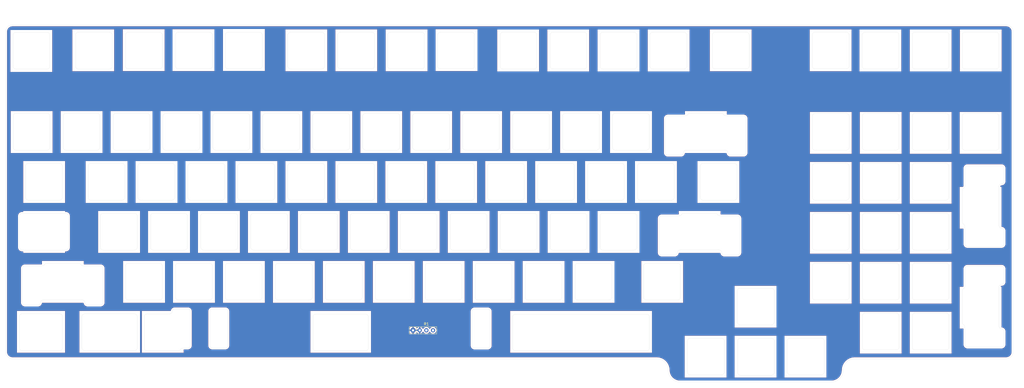
<source format=kicad_pcb>
(kicad_pcb (version 20171130) (host pcbnew "(5.1.6)-1")
  (layers (0 F.Cu signal) (31 B.Cu signal) (34 B.Paste user) (35 F.Paste user) (36 B.SilkS user) (37 F.SilkS user) (38 B.Mask user) (39 F.Mask user) (44 Edge.Cuts user))
  (net 0 "")
  (net 1 GND)
  (module Resistor_THT:R_Array_SIP4 (layer F.Cu) (at 270.51 275.0185)
    (fp_text reference R1 (at 5.08 -2.4) (layer F.SilkS))
    (fp_text value R)
    (pad 1 thru_hole rect (at 0 0) (size 1.6 1.6) (drill 0.8) (layers *.Cu *.Mask) (net 1 GND))
    (pad 2 thru_hole oval (at 2.54 0) (size 1.6 1.6) (drill 0.8) (layers *.Cu *.Mask) (net 1 GND))
    (pad 3 thru_hole oval (at 5.08 0) (size 1.6 1.6) (drill 0.8) (layers *.Cu *.Mask))
    (pad 4 thru_hole oval (at 7.62 0) (size 1.6 1.6) (drill 0.8) (layers *.Cu *.Mask))
  )
  (gr_line (start 164.2815 282.756) (end 145.233 282.756) (angle 90) (layer Edge.Cuts) (width 0.05))
  (gr_line (start 115.145 283.265) (end 115.145 161.091) (layer Edge.Cuts) (width 0.05))
  (gr_arc (start 117.685 161.091) (end 117.685 158.551) (angle -90) (layer Edge.Cuts) (width 0.05))
  (gr_line (start 117.685 158.551) (end 496.78 158.551) (layer Edge.Cuts) (width 0.05))
  (gr_arc (start 496.78 161.091) (end 499.32 161.091) (angle -90) (layer Edge.Cuts) (width 0.05))
  (gr_line (start 496.78 158.551) (end 496.78 158.551) (layer Edge.Cuts) (width 0.05))
  (gr_arc (start 129.178 249.4075) (end 129.178 250.4075) (angle -60) (layer Edge.Cuts) (width 0.05))
  (gr_arc (start 480.976 271.9975) (end 479.976 271.9975) (angle -60) (layer Edge.Cuts) (width 0.05))
  (gr_arc (start 494.976 258.5595) (end 494.976 257.5595) (angle -90) (layer Edge.Cuts) (width 0.05))
  (gr_arc (start 494.976 251.5595) (end 495.976 251.5595) (angle -90) (layer Edge.Cuts) (width 0.05))
  (gr_arc (start 480.976 259.9975) (end 480.476 259.1315) (angle -60) (layer Edge.Cuts) (width 0.05))
  (gr_arc (start 481.976 251.5595) (end 481.976 250.5595) (angle -90) (layer Edge.Cuts) (width 0.05))
  (gr_arc (start 479.976 258.2655) (end 480.476 259.1315) (angle -60) (layer Edge.Cuts) (width 0.05))
  (gr_arc (start 494.976 275.4355) (end 495.976 275.4355) (angle -90) (layer Edge.Cuts) (width 0.05))
  (gr_arc (start 494.976 280.4355) (end 494.976 281.4355) (angle -90) (layer Edge.Cuts) (width 0.05))
  (gr_arc (start 479.976 273.7295) (end 480.976 273.7295) (angle -60) (layer Edge.Cuts) (width 0.05))
  (gr_arc (start 481.976 280.4355) (end 480.976 280.4355) (angle -90) (layer Edge.Cuts) (width 0.05))
  (gr_arc (start 494.976 256.5595) (end 494.976 257.5595) (angle -90) (layer Edge.Cuts) (width 0.05))
  (gr_arc (start 494.976 273.4355) (end 493.976 273.4355) (angle -90) (layer Edge.Cuts) (width 0.05))
  (gr_line (start 494.976 281.4355) (end 481.976 281.4355) (angle 90) (layer Edge.Cuts) (width 0.05))
  (gr_line (start 493.976 258.5595) (end 493.976 273.4355) (angle 90) (layer Edge.Cuts) (width 0.05))
  (gr_line (start 480.976 258.2655) (end 480.976 251.5595) (angle 90) (layer Edge.Cuts) (width 0.05))
  (gr_line (start 495.976 275.4355) (end 495.976 280.4355) (angle 90) (layer Edge.Cuts) (width 0.05))
  (gr_line (start 481.976 250.5595) (end 494.976 250.5595) (angle 90) (layer Edge.Cuts) (width 0.05))
  (gr_line (start 495.976 251.5595) (end 495.976 256.5595) (angle 90) (layer Edge.Cuts) (width 0.05))
  (gr_line (start 479.976 271.9975) (end 479.976 259.9975) (angle 90) (layer Edge.Cuts) (width 0.05))
  (gr_line (start 480.976 280.4355) (end 480.976 273.7295) (angle 90) (layer Edge.Cuts) (width 0.05))
  (gr_arc (start 480.976 233.6435) (end 479.976 233.6435) (angle -60) (layer Edge.Cuts) (width 0.05))
  (gr_arc (start 494.976 220.2055) (end 494.976 219.2055) (angle -90) (layer Edge.Cuts) (width 0.05))
  (gr_arc (start 494.976 213.2055) (end 495.976 213.2055) (angle -90) (layer Edge.Cuts) (width 0.05))
  (gr_arc (start 480.976 221.6435) (end 480.476 220.7775) (angle -60) (layer Edge.Cuts) (width 0.05))
  (gr_arc (start 481.976 213.2055) (end 481.976 212.2055) (angle -90) (layer Edge.Cuts) (width 0.05))
  (gr_arc (start 479.976 219.9115) (end 480.476 220.7775) (angle -60) (layer Edge.Cuts) (width 0.05))
  (gr_arc (start 494.976 237.0815) (end 495.976 237.0815) (angle -90) (layer Edge.Cuts) (width 0.05))
  (gr_arc (start 494.976 242.0815) (end 494.976 243.0815) (angle -90) (layer Edge.Cuts) (width 0.05))
  (gr_arc (start 479.976 235.3755) (end 480.976 235.3755) (angle -60) (layer Edge.Cuts) (width 0.05))
  (gr_arc (start 481.976 242.0815) (end 480.976 242.0815) (angle -90) (layer Edge.Cuts) (width 0.05))
  (gr_arc (start 494.976 218.2055) (end 494.976 219.2055) (angle -90) (layer Edge.Cuts) (width 0.05))
  (gr_arc (start 494.976 235.0815) (end 493.976 235.0815) (angle -90) (layer Edge.Cuts) (width 0.05))
  (gr_line (start 494.976 243.0815) (end 481.976 243.0815) (angle 90) (layer Edge.Cuts) (width 0.05))
  (gr_line (start 493.976 220.2055) (end 493.976 235.0815) (angle 90) (layer Edge.Cuts) (width 0.05))
  (gr_line (start 480.976 219.9115) (end 480.976 213.2055) (angle 90) (layer Edge.Cuts) (width 0.05))
  (gr_line (start 495.976 237.0815) (end 495.976 242.0815) (angle 90) (layer Edge.Cuts) (width 0.05))
  (gr_line (start 481.976 212.2055) (end 494.976 212.2055) (angle 90) (layer Edge.Cuts) (width 0.05))
  (gr_line (start 495.976 213.2055) (end 495.976 218.2055) (angle 90) (layer Edge.Cuts) (width 0.05))
  (gr_line (start 479.976 233.6435) (end 479.976 221.6435) (angle 90) (layer Edge.Cuts) (width 0.05))
  (gr_line (start 480.976 242.0815) (end 480.976 235.3755) (angle 90) (layer Edge.Cuts) (width 0.05))
  (gr_arc (start 376.147 193.2575) (end 376.147 192.2575) (angle -60) (layer Edge.Cuts) (width 0.05))
  (gr_arc (start 389.585 207.2575) (end 390.585 207.2575) (angle -90) (layer Edge.Cuts) (width 0.05))
  (gr_arc (start 396.585 207.2575) (end 396.585 208.2575) (angle -90) (layer Edge.Cuts) (width 0.05))
  (gr_arc (start 388.147 193.2575) (end 389.013 192.7575) (angle -60) (layer Edge.Cuts) (width 0.05))
  (gr_arc (start 396.585 194.2575) (end 397.585 194.2575) (angle -90) (layer Edge.Cuts) (width 0.05))
  (gr_arc (start 389.879 192.2575) (end 389.013 192.7575) (angle -60) (layer Edge.Cuts) (width 0.05))
  (gr_arc (start 372.709 207.2575) (end 372.709 208.2575) (angle -90) (layer Edge.Cuts) (width 0.05))
  (gr_arc (start 367.709 207.2575) (end 366.709 207.2575) (angle -90) (layer Edge.Cuts) (width 0.05))
  (gr_arc (start 374.415 192.2575) (end 374.415 193.2575) (angle -60) (layer Edge.Cuts) (width 0.05))
  (gr_arc (start 367.709 194.2575) (end 367.709 193.2575) (angle -90) (layer Edge.Cuts) (width 0.05))
  (gr_arc (start 391.585 207.2575) (end 390.585 207.2575) (angle -90) (layer Edge.Cuts) (width 0.05))
  (gr_arc (start 374.709 207.2575) (end 374.709 206.2575) (angle -90) (layer Edge.Cuts) (width 0.05))
  (gr_line (start 366.709 207.2575) (end 366.709 194.2575) (angle 90) (layer Edge.Cuts) (width 0.05))
  (gr_line (start 389.585 206.2575) (end 374.709 206.2575) (angle 90) (layer Edge.Cuts) (width 0.05))
  (gr_line (start 389.879 193.2575) (end 396.585 193.2575) (angle 90) (layer Edge.Cuts) (width 0.05))
  (gr_line (start 372.709 208.2575) (end 367.709 208.2575) (angle 90) (layer Edge.Cuts) (width 0.05))
  (gr_line (start 397.585 194.2575) (end 397.585 207.2575) (angle 90) (layer Edge.Cuts) (width 0.05))
  (gr_line (start 396.585 208.2575) (end 391.585 208.2575) (angle 90) (layer Edge.Cuts) (width 0.05))
  (gr_line (start 376.147 192.2575) (end 388.147 192.2575) (angle 90) (layer Edge.Cuts) (width 0.05))
  (gr_line (start 367.709 193.2575) (end 374.415 193.2575) (angle 90) (layer Edge.Cuts) (width 0.05))
  (gr_arc (start 373.7975 231.3575) (end 373.7975 230.3575) (angle -60) (layer Edge.Cuts) (width 0.05))
  (gr_arc (start 387.2355 245.3575) (end 388.2355 245.3575) (angle -90) (layer Edge.Cuts) (width 0.05))
  (gr_arc (start 394.2355 245.3575) (end 394.2355 246.3575) (angle -90) (layer Edge.Cuts) (width 0.05))
  (gr_arc (start 385.7975 231.3575) (end 386.6635 230.8575) (angle -60) (layer Edge.Cuts) (width 0.05))
  (gr_arc (start 394.2355 232.3575) (end 395.2355 232.3575) (angle -90) (layer Edge.Cuts) (width 0.05))
  (gr_arc (start 387.5295 230.3575) (end 386.6635 230.8575) (angle -60) (layer Edge.Cuts) (width 0.05))
  (gr_arc (start 370.3595 245.3575) (end 370.3595 246.3575) (angle -90) (layer Edge.Cuts) (width 0.05))
  (gr_arc (start 365.3595 245.3575) (end 364.3595 245.3575) (angle -90) (layer Edge.Cuts) (width 0.05))
  (gr_arc (start 372.0655 230.3575) (end 372.0655 231.3575) (angle -60) (layer Edge.Cuts) (width 0.05))
  (gr_arc (start 365.3595 232.3575) (end 365.3595 231.3575) (angle -90) (layer Edge.Cuts) (width 0.05))
  (gr_arc (start 389.2355 245.3575) (end 388.2355 245.3575) (angle -90) (layer Edge.Cuts) (width 0.05))
  (gr_arc (start 372.3595 245.3575) (end 372.3595 244.3575) (angle -90) (layer Edge.Cuts) (width 0.05))
  (gr_line (start 364.3595 245.3575) (end 364.3595 232.3575) (angle 90) (layer Edge.Cuts) (width 0.05))
  (gr_line (start 387.2355 244.3575) (end 372.3595 244.3575) (angle 90) (layer Edge.Cuts) (width 0.05))
  (gr_line (start 387.5295 231.3575) (end 394.2355 231.3575) (angle 90) (layer Edge.Cuts) (width 0.05))
  (gr_line (start 370.3595 246.3575) (end 365.3595 246.3575) (angle 90) (layer Edge.Cuts) (width 0.05))
  (gr_line (start 395.2355 232.3575) (end 395.2355 245.3575) (angle 90) (layer Edge.Cuts) (width 0.05))
  (gr_line (start 394.2355 246.3575) (end 389.2355 246.3575) (angle 90) (layer Edge.Cuts) (width 0.05))
  (gr_line (start 373.7975 230.3575) (end 385.7975 230.3575) (angle 90) (layer Edge.Cuts) (width 0.05))
  (gr_line (start 365.3595 231.3575) (end 372.0655 231.3575) (angle 90) (layer Edge.Cuts) (width 0.05))
  (gr_arc (start 144.348 264.4075) (end 145.348 264.4075) (angle -90) (layer Edge.Cuts) (width 0.05))
  (gr_arc (start 151.348 251.4075) (end 152.348 251.4075) (angle -90) (layer Edge.Cuts) (width 0.05))
  (gr_arc (start 129.472 264.4075) (end 129.472 263.4075) (angle -90) (layer Edge.Cuts) (width 0.05))
  (gr_arc (start 151.348 264.4075) (end 151.348 265.4075) (angle -90) (layer Edge.Cuts) (width 0.05))
  (gr_arc (start 142.91 250.4075) (end 143.776 249.9075) (angle -60) (layer Edge.Cuts) (width 0.05))
  (gr_arc (start 144.642 249.4075) (end 143.776 249.9075) (angle -60) (layer Edge.Cuts) (width 0.05))
  (gr_arc (start 127.472 264.4075) (end 127.472 265.4075) (angle -90) (layer Edge.Cuts) (width 0.05))
  (gr_arc (start 122.472 264.4075) (end 121.472 264.4075) (angle -90) (layer Edge.Cuts) (width 0.05))
  (gr_arc (start 122.472 251.4075) (end 122.472 250.4075) (angle -90) (layer Edge.Cuts) (width 0.05))
  (gr_arc (start 146.348 264.4075) (end 145.348 264.4075) (angle -90) (layer Edge.Cuts) (width 0.05))
  (gr_arc (start 130.91 250.4075) (end 130.91 249.4075) (angle -60) (layer Edge.Cuts) (width 0.05))
  (gr_line (start 130.91 249.4075) (end 142.91 249.4075) (angle 90) (layer Edge.Cuts) (width 0.05))
  (gr_line (start 122.472 250.4075) (end 129.178 250.4075) (angle 90) (layer Edge.Cuts) (width 0.05))
  (gr_line (start 144.642 250.4075) (end 151.348 250.4075) (angle 90) (layer Edge.Cuts) (width 0.05))
  (gr_line (start 127.472 265.4075) (end 122.472 265.4075) (angle 90) (layer Edge.Cuts) (width 0.05))
  (gr_line (start 152.348 251.4075) (end 152.348 264.4075) (angle 90) (layer Edge.Cuts) (width 0.05))
  (gr_line (start 151.348 265.4075) (end 146.348 265.4075) (angle 90) (layer Edge.Cuts) (width 0.05))
  (gr_line (start 121.472 264.4075) (end 121.472 251.4075) (angle 90) (layer Edge.Cuts) (width 0.05))
  (gr_line (start 144.348 263.4075) (end 129.472 263.4075) (angle 90) (layer Edge.Cuts) (width 0.05))
  (gr_arc (start 293.9905 267.826) (end 293.9915 266.826) (angle -90) (layer Edge.Cuts) (width 0.05))
  (gr_arc (start 298.9915 267.826) (end 299.9915 267.826) (angle -90) (layer Edge.Cuts) (width 0.05))
  (gr_arc (start 293.9905 280.826) (end 292.9915 280.826) (angle -90) (layer Edge.Cuts) (width 0.05))
  (gr_arc (start 298.9915 280.826) (end 298.9915 281.826) (angle -90) (layer Edge.Cuts) (width 0.05))
  (gr_arc (start 359.6405 269.826) (end 360.6405 269.826) (angle -90) (layer Edge.Cuts) (width 0.05))
  (gr_line (start 299.9915 267.826) (end 299.9915 280.826) (angle 90) (layer Edge.Cuts) (width 0.05))
  (gr_line (start 298.9915 281.826) (end 293.9915 281.826) (angle 90) (layer Edge.Cuts) (width 0.05))
  (gr_line (start 292.9915 280.826) (end 292.9915 267.826) (angle 90) (layer Edge.Cuts) (width 0.05))
  (gr_line (start 293.9915 266.826) (end 298.9915 266.826) (angle 90) (layer Edge.Cuts) (width 0.05))
  (gr_line (start 359.6405 282.826) (end 309.5405 282.826) (angle 90) (layer Edge.Cuts) (width 0.05))
  (gr_line (start 309.5405 268.826) (end 359.6405 268.826) (angle 90) (layer Edge.Cuts) (width 0.05))
  (gr_line (start 308.5405 281.826) (end 308.5405 269.826) (angle 90) (layer Edge.Cuts) (width 0.05))
  (gr_arc (start 359.6405 281.826) (end 359.6405 282.826) (angle -90) (layer Edge.Cuts) (width 0.05))
  (gr_arc (start 309.5405 269.826) (end 309.5405 268.826) (angle -90) (layer Edge.Cuts) (width 0.05))
  (gr_arc (start 309.5405 281.826) (end 308.5405 281.826) (angle -90) (layer Edge.Cuts) (width 0.05))
  (gr_line (start 360.6405 269.826) (end 360.6405 281.826) (angle 90) (layer Edge.Cuts) (width 0.05))
  (gr_arc (start 180.978 281.7995) (end 180.978 282.7995) (angle -60) (layer Edge.Cuts) (width 0.05))
  (gr_arc (start 182.71 282.7995) (end 182.71 281.7995) (angle -60) (layer Edge.Cuts) (width 0.05))
  (gr_arc (start 168.978 269.7995) (end 168.978 268.7995) (angle -90) (layer Edge.Cuts) (width 0.05))
  (gr_arc (start 184.622 267.7995) (end 185.622 267.7995) (angle -90) (layer Edge.Cuts) (width 0.05))
  (gr_arc (start 177.622 267.7995) (end 177.621 268.7995) (angle -90) (layer Edge.Cuts) (width 0.05))
  (gr_arc (start 179.621 267.7995) (end 179.621 266.7995) (angle -90) (layer Edge.Cuts) (width 0.05))
  (gr_arc (start 184.622 280.7995) (end 184.621 281.7995) (angle -90) (layer Edge.Cuts) (width 0.05))
  (gr_arc (start 168.978 281.7995) (end 167.978 281.7995) (angle -90) (layer Edge.Cuts) (width 0.05))
  (gr_arc (start 193.915 280.7995) (end 192.915 280.7995) (angle -90) (layer Edge.Cuts) (width 0.05))
  (gr_arc (start 198.915 267.7995) (end 199.915 267.7995) (angle -90) (layer Edge.Cuts) (width 0.05))
  (gr_arc (start 193.915 267.7995) (end 193.915 266.7995) (angle -90) (layer Edge.Cuts) (width 0.05))
  (gr_arc (start 198.915 280.7995) (end 198.915 281.7995) (angle -90) (layer Edge.Cuts) (width 0.05))
  (gr_line (start 167.978 281.7995) (end 167.978 269.7995) (angle 90) (layer Edge.Cuts) (width 0.05))
  (gr_line (start 180.978 282.7995) (end 168.978 282.7995) (angle 90) (layer Edge.Cuts) (width 0.05))
  (gr_line (start 185.622 267.7995) (end 185.622 280.7995) (angle 90) (layer Edge.Cuts) (width 0.05))
  (gr_line (start 179.621 266.7995) (end 184.621 266.7995) (angle 90) (layer Edge.Cuts) (width 0.05))
  (gr_line (start 184.621 281.7995) (end 182.71 281.7995) (angle 90) (layer Edge.Cuts) (width 0.05))
  (gr_line (start 168.978 268.7995) (end 177.621 268.7995) (angle 90) (layer Edge.Cuts) (width 0.05))
  (gr_line (start 198.915 281.7995) (end 193.915 281.7995) (angle 90) (layer Edge.Cuts) (width 0.05))
  (gr_line (start 192.915 280.7995) (end 192.915 267.7995) (angle 90) (layer Edge.Cuts) (width 0.05))
  (gr_line (start 199.915 267.7995) (end 199.915 280.7995) (angle 90) (layer Edge.Cuts) (width 0.05))
  (gr_line (start 193.915 266.7995) (end 198.915 266.7995) (angle 90) (layer Edge.Cuts) (width 0.05))
  (gr_arc (start 461.9065 281.502) (end 460.9075 281.502) (angle -90) (layer Edge.Cuts) (width 0.05))
  (gr_arc (start 473.9075 269.502) (end 474.9075 269.502) (angle -90) (layer Edge.Cuts) (width 0.05))
  (gr_arc (start 473.9075 281.502) (end 473.9075 282.502) (angle -90) (layer Edge.Cuts) (width 0.05))
  (gr_arc (start 461.9075 269.502) (end 461.9075 268.502) (angle -90) (layer Edge.Cuts) (width 0.05))
  (gr_line (start 460.9075 281.502) (end 460.9075 269.502) (angle 90) (layer Edge.Cuts) (width 0.05))
  (gr_line (start 473.9075 282.502) (end 461.9075 282.502) (angle 90) (layer Edge.Cuts) (width 0.05))
  (gr_line (start 474.9075 269.502) (end 474.9075 281.502) (angle 90) (layer Edge.Cuts) (width 0.05))
  (gr_line (start 461.9075 268.502) (end 473.9075 268.502) (angle 90) (layer Edge.Cuts) (width 0.05))
  (gr_arc (start 442.8565 281.502) (end 441.8575 281.502) (angle -90) (layer Edge.Cuts) (width 0.05))
  (gr_arc (start 454.8575 269.502) (end 455.8575 269.502) (angle -90) (layer Edge.Cuts) (width 0.05))
  (gr_arc (start 454.8575 281.502) (end 454.8575 282.502) (angle -90) (layer Edge.Cuts) (width 0.05))
  (gr_arc (start 442.8575 269.502) (end 442.8575 268.502) (angle -90) (layer Edge.Cuts) (width 0.05))
  (gr_line (start 441.8575 281.502) (end 441.8575 269.502) (angle 90) (layer Edge.Cuts) (width 0.05))
  (gr_line (start 454.8575 282.502) (end 442.8575 282.502) (angle 90) (layer Edge.Cuts) (width 0.05))
  (gr_line (start 455.8575 269.502) (end 455.8575 281.502) (angle 90) (layer Edge.Cuts) (width 0.05))
  (gr_line (start 442.8575 268.502) (end 454.8575 268.502) (angle 90) (layer Edge.Cuts) (width 0.05))
  (gr_arc (start 414.2815 290.9635) (end 413.2825 290.9635) (angle -90) (layer Edge.Cuts) (width 0.05))
  (gr_arc (start 426.2825 278.9635) (end 427.2825 278.9635) (angle -90) (layer Edge.Cuts) (width 0.05))
  (gr_arc (start 426.2825 290.9635) (end 426.2825 291.9635) (angle -90) (layer Edge.Cuts) (width 0.05))
  (gr_arc (start 414.2825 278.9635) (end 414.2825 277.9635) (angle -90) (layer Edge.Cuts) (width 0.05))
  (gr_line (start 413.2825 290.9635) (end 413.2825 278.9635) (angle 90) (layer Edge.Cuts) (width 0.05))
  (gr_line (start 426.2825 291.9635) (end 414.2825 291.9635) (angle 90) (layer Edge.Cuts) (width 0.05))
  (gr_line (start 427.2825 278.9635) (end 427.2825 290.9635) (angle 90) (layer Edge.Cuts) (width 0.05))
  (gr_line (start 414.2825 277.9635) (end 426.2825 277.9635) (angle 90) (layer Edge.Cuts) (width 0.05))
  (gr_arc (start 395.295 291.0905) (end 394.296 291.0905) (angle -90) (layer Edge.Cuts) (width 0.05))
  (gr_arc (start 407.296 279.0905) (end 408.296 279.0905) (angle -90) (layer Edge.Cuts) (width 0.05))
  (gr_arc (start 407.296 291.0905) (end 407.296 292.0905) (angle -90) (layer Edge.Cuts) (width 0.05))
  (gr_arc (start 395.296 279.0905) (end 395.296 278.0905) (angle -90) (layer Edge.Cuts) (width 0.05))
  (gr_line (start 394.296 291.0905) (end 394.296 279.0905) (angle 90) (layer Edge.Cuts) (width 0.05))
  (gr_line (start 407.296 292.0905) (end 395.296 292.0905) (angle 90) (layer Edge.Cuts) (width 0.05))
  (gr_line (start 408.296 279.0905) (end 408.296 291.0905) (angle 90) (layer Edge.Cuts) (width 0.05))
  (gr_line (start 395.296 278.0905) (end 407.296 278.0905) (angle 90) (layer Edge.Cuts) (width 0.05))
  (gr_arc (start 376.1815 291.027) (end 375.1825 291.027) (angle -90) (layer Edge.Cuts) (width 0.05))
  (gr_arc (start 388.1825 279.027) (end 389.1825 279.027) (angle -90) (layer Edge.Cuts) (width 0.05))
  (gr_arc (start 388.1825 291.027) (end 388.1825 292.027) (angle -90) (layer Edge.Cuts) (width 0.05))
  (gr_arc (start 376.1825 279.027) (end 376.1825 278.027) (angle -90) (layer Edge.Cuts) (width 0.05))
  (gr_line (start 375.1825 291.027) (end 375.1825 279.027) (angle 90) (layer Edge.Cuts) (width 0.05))
  (gr_line (start 388.1825 292.027) (end 376.1825 292.027) (angle 90) (layer Edge.Cuts) (width 0.05))
  (gr_line (start 389.1825 279.027) (end 389.1825 291.027) (angle 90) (layer Edge.Cuts) (width 0.05))
  (gr_line (start 376.1825 278.027) (end 388.1825 278.027) (angle 90) (layer Edge.Cuts) (width 0.05))
  (gr_arc (start 252.4195 269.8195) (end 253.4195 269.8195) (angle -90) (layer Edge.Cuts) (width 0.05))
  (gr_arc (start 252.4195 281.8195) (end 252.4195 282.8195) (angle -90) (layer Edge.Cuts) (width 0.05))
  (gr_line (start 253.4195 269.8195) (end 253.4195 281.8195) (angle 90) (layer Edge.Cuts) (width 0.05))
  (gr_arc (start 233.37 281.8195) (end 232.371 281.8195) (angle -90) (layer Edge.Cuts) (width 0.05))
  (gr_arc (start 233.371 269.8195) (end 233.371 268.8195) (angle -90) (layer Edge.Cuts) (width 0.05))
  (gr_line (start 232.371 281.8195) (end 232.371 269.8195) (angle 90) (layer Edge.Cuts) (width 0.05))
  (gr_line (start 252.4195 282.8195) (end 233.371 282.8195) (angle 90) (layer Edge.Cuts) (width 0.05))
  (gr_line (start 233.371 268.8195) (end 252.4195 268.8195) (angle 90) (layer Edge.Cuts) (width 0.05))
  (gr_arc (start 164.2815 269.756) (end 165.2815 269.756) (angle -90) (layer Edge.Cuts) (width 0.05))
  (gr_arc (start 164.2815 281.756) (end 164.2815 282.756) (angle -90) (layer Edge.Cuts) (width 0.05))
  (gr_line (start 165.2815 269.756) (end 165.2815 281.756) (angle 90) (layer Edge.Cuts) (width 0.05))
  (gr_line (start 145.233 268.756) (end 164.2815 268.756) (angle 90) (layer Edge.Cuts) (width 0.05))
  (gr_arc (start 145.233 281.757) (end 144.234 281.757) (angle -90) (layer Edge.Cuts) (width 0.05))
  (gr_arc (start 145.233 269.756) (end 145.233 268.756) (angle -90) (layer Edge.Cuts) (width 0.05))
  (gr_line (start 144.233 281.756) (end 144.233 269.756) (angle 90) (layer Edge.Cuts) (width 0.05))
  (gr_arc (start 135.77 269.756) (end 136.77 269.756) (angle -90) (layer Edge.Cuts) (width 0.05))
  (gr_arc (start 135.77 281.756) (end 135.77 282.756) (angle -90) (layer Edge.Cuts) (width 0.05))
  (gr_line (start 136.77 269.756) (end 136.77 281.756) (angle 90) (layer Edge.Cuts) (width 0.05))
  (gr_arc (start 121.357 281.757) (end 120.358 281.757) (angle -90) (layer Edge.Cuts) (width 0.05))
  (gr_arc (start 121.357 269.756) (end 121.357 268.756) (angle -90) (layer Edge.Cuts) (width 0.05))
  (gr_line (start 120.357 281.756) (end 120.357 269.756) (angle 90) (layer Edge.Cuts) (width 0.05))
  (gr_line (start 135.77 282.756) (end 121.357 282.756) (angle 90) (layer Edge.Cuts) (width 0.05))
  (gr_line (start 121.357 268.756) (end 135.77 268.756) (angle 90) (layer Edge.Cuts) (width 0.05))
  (gr_arc (start 461.9065 262.452) (end 460.9075 262.452) (angle -90) (layer Edge.Cuts) (width 0.05))
  (gr_arc (start 473.9075 250.452) (end 474.9075 250.452) (angle -90) (layer Edge.Cuts) (width 0.05))
  (gr_arc (start 473.9075 262.452) (end 473.9075 263.452) (angle -90) (layer Edge.Cuts) (width 0.05))
  (gr_arc (start 461.9075 250.452) (end 461.9075 249.452) (angle -90) (layer Edge.Cuts) (width 0.05))
  (gr_line (start 460.9075 262.452) (end 460.9075 250.452) (angle 90) (layer Edge.Cuts) (width 0.05))
  (gr_line (start 473.9075 263.452) (end 461.9075 263.452) (angle 90) (layer Edge.Cuts) (width 0.05))
  (gr_line (start 474.9075 250.452) (end 474.9075 262.452) (angle 90) (layer Edge.Cuts) (width 0.05))
  (gr_line (start 461.9075 249.452) (end 473.9075 249.452) (angle 90) (layer Edge.Cuts) (width 0.05))
  (gr_arc (start 442.8565 262.452) (end 441.8575 262.452) (angle -90) (layer Edge.Cuts) (width 0.05))
  (gr_arc (start 454.8575 250.452) (end 455.8575 250.452) (angle -90) (layer Edge.Cuts) (width 0.05))
  (gr_arc (start 454.8575 262.452) (end 454.8575 263.452) (angle -90) (layer Edge.Cuts) (width 0.05))
  (gr_arc (start 442.8575 250.452) (end 442.8575 249.452) (angle -90) (layer Edge.Cuts) (width 0.05))
  (gr_line (start 441.8575 262.452) (end 441.8575 250.452) (angle 90) (layer Edge.Cuts) (width 0.05))
  (gr_line (start 454.8575 263.452) (end 442.8575 263.452) (angle 90) (layer Edge.Cuts) (width 0.05))
  (gr_line (start 455.8575 250.452) (end 455.8575 262.452) (angle 90) (layer Edge.Cuts) (width 0.05))
  (gr_line (start 442.8575 249.452) (end 454.8575 249.452) (angle 90) (layer Edge.Cuts) (width 0.05))
  (gr_arc (start 423.8065 262.452) (end 422.8075 262.452) (angle -90) (layer Edge.Cuts) (width 0.05))
  (gr_arc (start 435.8075 250.452) (end 436.8075 250.452) (angle -90) (layer Edge.Cuts) (width 0.05))
  (gr_arc (start 435.8075 262.452) (end 435.8075 263.452) (angle -90) (layer Edge.Cuts) (width 0.05))
  (gr_arc (start 423.8075 250.452) (end 423.8075 249.452) (angle -90) (layer Edge.Cuts) (width 0.05))
  (gr_line (start 422.8075 262.452) (end 422.8075 250.452) (angle 90) (layer Edge.Cuts) (width 0.05))
  (gr_line (start 435.8075 263.452) (end 423.8075 263.452) (angle 90) (layer Edge.Cuts) (width 0.05))
  (gr_line (start 436.8075 250.452) (end 436.8075 262.452) (angle 90) (layer Edge.Cuts) (width 0.05))
  (gr_line (start 423.8075 249.452) (end 435.8075 249.452) (angle 90) (layer Edge.Cuts) (width 0.05))
  (gr_arc (start 395.2315 271.9135) (end 394.2325 271.9135) (angle -90) (layer Edge.Cuts) (width 0.05))
  (gr_arc (start 407.2325 259.9135) (end 408.2325 259.9135) (angle -90) (layer Edge.Cuts) (width 0.05))
  (gr_arc (start 407.2325 271.9135) (end 407.2325 272.9135) (angle -90) (layer Edge.Cuts) (width 0.05))
  (gr_arc (start 395.2325 259.9135) (end 395.2325 258.9135) (angle -90) (layer Edge.Cuts) (width 0.05))
  (gr_line (start 394.2325 271.9135) (end 394.2325 259.9135) (angle 90) (layer Edge.Cuts) (width 0.05))
  (gr_line (start 407.2325 272.9135) (end 395.2325 272.9135) (angle 90) (layer Edge.Cuts) (width 0.05))
  (gr_line (start 408.2325 259.9135) (end 408.2325 271.9135) (angle 90) (layer Edge.Cuts) (width 0.05))
  (gr_line (start 395.2325 258.9135) (end 407.2325 258.9135) (angle 90) (layer Edge.Cuts) (width 0.05))
  (gr_arc (start 359.481 262.452) (end 358.482 262.452) (angle -90) (layer Edge.Cuts) (width 0.05))
  (gr_arc (start 371.482 250.452) (end 372.482 250.452) (angle -90) (layer Edge.Cuts) (width 0.05))
  (gr_arc (start 371.482 262.452) (end 371.482 263.452) (angle -90) (layer Edge.Cuts) (width 0.05))
  (gr_arc (start 359.482 250.452) (end 359.482 249.452) (angle -90) (layer Edge.Cuts) (width 0.05))
  (gr_line (start 358.482 262.452) (end 358.482 250.452) (angle 90) (layer Edge.Cuts) (width 0.05))
  (gr_line (start 371.482 263.452) (end 359.482 263.452) (angle 90) (layer Edge.Cuts) (width 0.05))
  (gr_line (start 372.482 250.452) (end 372.482 262.452) (angle 90) (layer Edge.Cuts) (width 0.05))
  (gr_line (start 359.482 249.452) (end 371.482 249.452) (angle 90) (layer Edge.Cuts) (width 0.05))
  (gr_arc (start 333.319 262.452) (end 332.32 262.452) (angle -90) (layer Edge.Cuts) (width 0.05))
  (gr_arc (start 345.32 250.452) (end 346.32 250.452) (angle -90) (layer Edge.Cuts) (width 0.05))
  (gr_arc (start 345.32 262.452) (end 345.32 263.452) (angle -90) (layer Edge.Cuts) (width 0.05))
  (gr_arc (start 333.32 250.452) (end 333.32 249.452) (angle -90) (layer Edge.Cuts) (width 0.05))
  (gr_line (start 332.32 262.452) (end 332.32 250.452) (angle 90) (layer Edge.Cuts) (width 0.05))
  (gr_line (start 345.32 263.452) (end 333.32 263.452) (angle 90) (layer Edge.Cuts) (width 0.05))
  (gr_line (start 346.32 250.452) (end 346.32 262.452) (angle 90) (layer Edge.Cuts) (width 0.05))
  (gr_line (start 333.32 249.452) (end 345.32 249.452) (angle 90) (layer Edge.Cuts) (width 0.05))
  (gr_arc (start 314.269 262.452) (end 313.27 262.452) (angle -90) (layer Edge.Cuts) (width 0.05))
  (gr_arc (start 326.27 250.452) (end 327.27 250.452) (angle -90) (layer Edge.Cuts) (width 0.05))
  (gr_arc (start 326.27 262.452) (end 326.27 263.452) (angle -90) (layer Edge.Cuts) (width 0.05))
  (gr_arc (start 314.27 250.452) (end 314.27 249.452) (angle -90) (layer Edge.Cuts) (width 0.05))
  (gr_line (start 313.27 262.452) (end 313.27 250.452) (angle 90) (layer Edge.Cuts) (width 0.05))
  (gr_line (start 326.27 263.452) (end 314.27 263.452) (angle 90) (layer Edge.Cuts) (width 0.05))
  (gr_line (start 327.27 250.452) (end 327.27 262.452) (angle 90) (layer Edge.Cuts) (width 0.05))
  (gr_line (start 314.27 249.452) (end 326.27 249.452) (angle 90) (layer Edge.Cuts) (width 0.05))
  (gr_arc (start 295.1555 262.452) (end 294.1565 262.452) (angle -90) (layer Edge.Cuts) (width 0.05))
  (gr_arc (start 307.1565 250.452) (end 308.1565 250.452) (angle -90) (layer Edge.Cuts) (width 0.05))
  (gr_arc (start 307.1565 262.452) (end 307.1565 263.452) (angle -90) (layer Edge.Cuts) (width 0.05))
  (gr_arc (start 295.1565 250.452) (end 295.1565 249.452) (angle -90) (layer Edge.Cuts) (width 0.05))
  (gr_line (start 294.1565 262.452) (end 294.1565 250.452) (angle 90) (layer Edge.Cuts) (width 0.05))
  (gr_line (start 307.1565 263.452) (end 295.1565 263.452) (angle 90) (layer Edge.Cuts) (width 0.05))
  (gr_line (start 308.1565 250.452) (end 308.1565 262.452) (angle 90) (layer Edge.Cuts) (width 0.05))
  (gr_line (start 295.1565 249.452) (end 307.1565 249.452) (angle 90) (layer Edge.Cuts) (width 0.05))
  (gr_arc (start 276.1055 262.452) (end 275.1065 262.452) (angle -90) (layer Edge.Cuts) (width 0.05))
  (gr_arc (start 288.1065 250.452) (end 289.1065 250.452) (angle -90) (layer Edge.Cuts) (width 0.05))
  (gr_arc (start 288.1065 262.452) (end 288.1065 263.452) (angle -90) (layer Edge.Cuts) (width 0.05))
  (gr_arc (start 276.1065 250.452) (end 276.1065 249.452) (angle -90) (layer Edge.Cuts) (width 0.05))
  (gr_line (start 275.1065 262.452) (end 275.1065 250.452) (angle 90) (layer Edge.Cuts) (width 0.05))
  (gr_line (start 288.1065 263.452) (end 276.1065 263.452) (angle 90) (layer Edge.Cuts) (width 0.05))
  (gr_line (start 289.1065 250.452) (end 289.1065 262.452) (angle 90) (layer Edge.Cuts) (width 0.05))
  (gr_line (start 276.1065 249.452) (end 288.1065 249.452) (angle 90) (layer Edge.Cuts) (width 0.05))
  (gr_arc (start 257.119 262.452) (end 256.12 262.452) (angle -90) (layer Edge.Cuts) (width 0.05))
  (gr_arc (start 269.12 250.452) (end 270.12 250.452) (angle -90) (layer Edge.Cuts) (width 0.05))
  (gr_arc (start 269.12 262.452) (end 269.12 263.452) (angle -90) (layer Edge.Cuts) (width 0.05))
  (gr_arc (start 257.12 250.452) (end 257.12 249.452) (angle -90) (layer Edge.Cuts) (width 0.05))
  (gr_line (start 256.12 262.452) (end 256.12 250.452) (angle 90) (layer Edge.Cuts) (width 0.05))
  (gr_line (start 269.12 263.452) (end 257.12 263.452) (angle 90) (layer Edge.Cuts) (width 0.05))
  (gr_line (start 270.12 250.452) (end 270.12 262.452) (angle 90) (layer Edge.Cuts) (width 0.05))
  (gr_line (start 257.12 249.452) (end 269.12 249.452) (angle 90) (layer Edge.Cuts) (width 0.05))
  (gr_arc (start 238.069 262.452) (end 237.07 262.452) (angle -90) (layer Edge.Cuts) (width 0.05))
  (gr_arc (start 250.07 250.452) (end 251.07 250.452) (angle -90) (layer Edge.Cuts) (width 0.05))
  (gr_arc (start 250.07 262.452) (end 250.07 263.452) (angle -90) (layer Edge.Cuts) (width 0.05))
  (gr_arc (start 238.07 250.452) (end 238.07 249.452) (angle -90) (layer Edge.Cuts) (width 0.05))
  (gr_line (start 237.07 262.452) (end 237.07 250.452) (angle 90) (layer Edge.Cuts) (width 0.05))
  (gr_line (start 250.07 263.452) (end 238.07 263.452) (angle 90) (layer Edge.Cuts) (width 0.05))
  (gr_line (start 251.07 250.452) (end 251.07 262.452) (angle 90) (layer Edge.Cuts) (width 0.05))
  (gr_line (start 238.07 249.452) (end 250.07 249.452) (angle 90) (layer Edge.Cuts) (width 0.05))
  (gr_arc (start 219.019 262.452) (end 218.02 262.452) (angle -90) (layer Edge.Cuts) (width 0.05))
  (gr_arc (start 231.02 250.452) (end 232.02 250.452) (angle -90) (layer Edge.Cuts) (width 0.05))
  (gr_arc (start 231.02 262.452) (end 231.02 263.452) (angle -90) (layer Edge.Cuts) (width 0.05))
  (gr_arc (start 219.02 250.452) (end 219.02 249.452) (angle -90) (layer Edge.Cuts) (width 0.05))
  (gr_line (start 218.02 262.452) (end 218.02 250.452) (angle 90) (layer Edge.Cuts) (width 0.05))
  (gr_line (start 231.02 263.452) (end 219.02 263.452) (angle 90) (layer Edge.Cuts) (width 0.05))
  (gr_line (start 232.02 250.452) (end 232.02 262.452) (angle 90) (layer Edge.Cuts) (width 0.05))
  (gr_line (start 219.02 249.452) (end 231.02 249.452) (angle 90) (layer Edge.Cuts) (width 0.05))
  (gr_arc (start 199.9055 262.452) (end 198.9065 262.452) (angle -90) (layer Edge.Cuts) (width 0.05))
  (gr_arc (start 211.9065 250.452) (end 212.9065 250.452) (angle -90) (layer Edge.Cuts) (width 0.05))
  (gr_arc (start 211.9065 262.452) (end 211.9065 263.452) (angle -90) (layer Edge.Cuts) (width 0.05))
  (gr_arc (start 199.9065 250.452) (end 199.9065 249.452) (angle -90) (layer Edge.Cuts) (width 0.05))
  (gr_line (start 198.9065 262.452) (end 198.9065 250.452) (angle 90) (layer Edge.Cuts) (width 0.05))
  (gr_line (start 211.9065 263.452) (end 199.9065 263.452) (angle 90) (layer Edge.Cuts) (width 0.05))
  (gr_line (start 212.9065 250.452) (end 212.9065 262.452) (angle 90) (layer Edge.Cuts) (width 0.05))
  (gr_line (start 199.9065 249.452) (end 211.9065 249.452) (angle 90) (layer Edge.Cuts) (width 0.05))
  (gr_arc (start 180.919 262.452) (end 179.92 262.452) (angle -90) (layer Edge.Cuts) (width 0.05))
  (gr_arc (start 192.92 250.452) (end 193.92 250.452) (angle -90) (layer Edge.Cuts) (width 0.05))
  (gr_arc (start 192.92 262.452) (end 192.92 263.452) (angle -90) (layer Edge.Cuts) (width 0.05))
  (gr_arc (start 180.92 250.452) (end 180.92 249.452) (angle -90) (layer Edge.Cuts) (width 0.05))
  (gr_line (start 179.92 262.452) (end 179.92 250.452) (angle 90) (layer Edge.Cuts) (width 0.05))
  (gr_line (start 192.92 263.452) (end 180.92 263.452) (angle 90) (layer Edge.Cuts) (width 0.05))
  (gr_line (start 193.92 250.452) (end 193.92 262.452) (angle 90) (layer Edge.Cuts) (width 0.05))
  (gr_line (start 180.92 249.452) (end 192.92 249.452) (angle 90) (layer Edge.Cuts) (width 0.05))
  (gr_arc (start 161.869 262.452) (end 160.87 262.452) (angle -90) (layer Edge.Cuts) (width 0.05))
  (gr_arc (start 173.87 250.452) (end 174.87 250.452) (angle -90) (layer Edge.Cuts) (width 0.05))
  (gr_arc (start 173.87 262.452) (end 173.87 263.452) (angle -90) (layer Edge.Cuts) (width 0.05))
  (gr_arc (start 161.87 250.452) (end 161.87 249.452) (angle -90) (layer Edge.Cuts) (width 0.05))
  (gr_line (start 160.87 262.452) (end 160.87 250.452) (angle 90) (layer Edge.Cuts) (width 0.05))
  (gr_line (start 173.87 263.452) (end 161.87 263.452) (angle 90) (layer Edge.Cuts) (width 0.05))
  (gr_line (start 174.87 250.452) (end 174.87 262.452) (angle 90) (layer Edge.Cuts) (width 0.05))
  (gr_line (start 161.87 249.452) (end 173.87 249.452) (angle 90) (layer Edge.Cuts) (width 0.05))
  (gr_arc (start 461.9065 243.402) (end 460.9075 243.402) (angle -90) (layer Edge.Cuts) (width 0.05))
  (gr_arc (start 473.9075 231.402) (end 474.9075 231.402) (angle -90) (layer Edge.Cuts) (width 0.05))
  (gr_arc (start 473.9075 243.402) (end 473.9075 244.402) (angle -90) (layer Edge.Cuts) (width 0.05))
  (gr_arc (start 461.9075 231.402) (end 461.9075 230.402) (angle -90) (layer Edge.Cuts) (width 0.05))
  (gr_line (start 460.9075 243.402) (end 460.9075 231.402) (angle 90) (layer Edge.Cuts) (width 0.05))
  (gr_line (start 473.9075 244.402) (end 461.9075 244.402) (angle 90) (layer Edge.Cuts) (width 0.05))
  (gr_line (start 474.9075 231.402) (end 474.9075 243.402) (angle 90) (layer Edge.Cuts) (width 0.05))
  (gr_line (start 461.9075 230.402) (end 473.9075 230.402) (angle 90) (layer Edge.Cuts) (width 0.05))
  (gr_arc (start 442.8565 243.402) (end 441.8575 243.402) (angle -90) (layer Edge.Cuts) (width 0.05))
  (gr_arc (start 454.8575 231.402) (end 455.8575 231.402) (angle -90) (layer Edge.Cuts) (width 0.05))
  (gr_arc (start 454.8575 243.402) (end 454.8575 244.402) (angle -90) (layer Edge.Cuts) (width 0.05))
  (gr_arc (start 442.8575 231.402) (end 442.8575 230.402) (angle -90) (layer Edge.Cuts) (width 0.05))
  (gr_line (start 441.8575 243.402) (end 441.8575 231.402) (angle 90) (layer Edge.Cuts) (width 0.05))
  (gr_line (start 454.8575 244.402) (end 442.8575 244.402) (angle 90) (layer Edge.Cuts) (width 0.05))
  (gr_line (start 455.8575 231.402) (end 455.8575 243.402) (angle 90) (layer Edge.Cuts) (width 0.05))
  (gr_line (start 442.8575 230.402) (end 454.8575 230.402) (angle 90) (layer Edge.Cuts) (width 0.05))
  (gr_arc (start 423.8065 243.402) (end 422.8075 243.402) (angle -90) (layer Edge.Cuts) (width 0.05))
  (gr_arc (start 435.8075 231.402) (end 436.8075 231.402) (angle -90) (layer Edge.Cuts) (width 0.05))
  (gr_arc (start 435.8075 243.402) (end 435.8075 244.402) (angle -90) (layer Edge.Cuts) (width 0.05))
  (gr_arc (start 423.8075 231.402) (end 423.8075 230.402) (angle -90) (layer Edge.Cuts) (width 0.05))
  (gr_line (start 422.8075 243.402) (end 422.8075 231.402) (angle 90) (layer Edge.Cuts) (width 0.05))
  (gr_line (start 435.8075 244.402) (end 423.8075 244.402) (angle 90) (layer Edge.Cuts) (width 0.05))
  (gr_line (start 436.8075 231.402) (end 436.8075 243.402) (angle 90) (layer Edge.Cuts) (width 0.05))
  (gr_line (start 423.8075 230.402) (end 435.8075 230.402) (angle 90) (layer Edge.Cuts) (width 0.05))
  (gr_arc (start 342.844 243.402) (end 341.845 243.402) (angle -90) (layer Edge.Cuts) (width 0.05))
  (gr_arc (start 354.845 231.402) (end 355.845 231.402) (angle -90) (layer Edge.Cuts) (width 0.05))
  (gr_arc (start 354.845 243.402) (end 354.845 244.402) (angle -90) (layer Edge.Cuts) (width 0.05))
  (gr_arc (start 342.845 231.402) (end 342.845 230.402) (angle -90) (layer Edge.Cuts) (width 0.05))
  (gr_line (start 341.845 243.402) (end 341.845 231.402) (angle 90) (layer Edge.Cuts) (width 0.05))
  (gr_line (start 354.845 244.402) (end 342.845 244.402) (angle 90) (layer Edge.Cuts) (width 0.05))
  (gr_line (start 355.845 231.402) (end 355.845 243.402) (angle 90) (layer Edge.Cuts) (width 0.05))
  (gr_line (start 342.845 230.402) (end 354.845 230.402) (angle 90) (layer Edge.Cuts) (width 0.05))
  (gr_arc (start 323.794 243.402) (end 322.795 243.402) (angle -90) (layer Edge.Cuts) (width 0.05))
  (gr_arc (start 335.795 231.402) (end 336.795 231.402) (angle -90) (layer Edge.Cuts) (width 0.05))
  (gr_arc (start 335.795 243.402) (end 335.795 244.402) (angle -90) (layer Edge.Cuts) (width 0.05))
  (gr_arc (start 323.795 231.402) (end 323.795 230.402) (angle -90) (layer Edge.Cuts) (width 0.05))
  (gr_line (start 322.795 243.402) (end 322.795 231.402) (angle 90) (layer Edge.Cuts) (width 0.05))
  (gr_line (start 335.795 244.402) (end 323.795 244.402) (angle 90) (layer Edge.Cuts) (width 0.05))
  (gr_line (start 336.795 231.402) (end 336.795 243.402) (angle 90) (layer Edge.Cuts) (width 0.05))
  (gr_line (start 323.795 230.402) (end 335.795 230.402) (angle 90) (layer Edge.Cuts) (width 0.05))
  (gr_arc (start 304.744 243.402) (end 303.745 243.402) (angle -90) (layer Edge.Cuts) (width 0.05))
  (gr_arc (start 316.745 231.402) (end 317.745 231.402) (angle -90) (layer Edge.Cuts) (width 0.05))
  (gr_arc (start 316.745 243.402) (end 316.745 244.402) (angle -90) (layer Edge.Cuts) (width 0.05))
  (gr_arc (start 304.745 231.402) (end 304.745 230.402) (angle -90) (layer Edge.Cuts) (width 0.05))
  (gr_line (start 303.745 243.402) (end 303.745 231.402) (angle 90) (layer Edge.Cuts) (width 0.05))
  (gr_line (start 316.745 244.402) (end 304.745 244.402) (angle 90) (layer Edge.Cuts) (width 0.05))
  (gr_line (start 317.745 231.402) (end 317.745 243.402) (angle 90) (layer Edge.Cuts) (width 0.05))
  (gr_line (start 304.745 230.402) (end 316.745 230.402) (angle 90) (layer Edge.Cuts) (width 0.05))
  (gr_arc (start 285.6305 243.402) (end 284.6315 243.402) (angle -90) (layer Edge.Cuts) (width 0.05))
  (gr_arc (start 297.6315 231.402) (end 298.6315 231.402) (angle -90) (layer Edge.Cuts) (width 0.05))
  (gr_arc (start 297.6315 243.402) (end 297.6315 244.402) (angle -90) (layer Edge.Cuts) (width 0.05))
  (gr_arc (start 285.6315 231.402) (end 285.6315 230.402) (angle -90) (layer Edge.Cuts) (width 0.05))
  (gr_line (start 284.6315 243.402) (end 284.6315 231.402) (angle 90) (layer Edge.Cuts) (width 0.05))
  (gr_line (start 297.6315 244.402) (end 285.6315 244.402) (angle 90) (layer Edge.Cuts) (width 0.05))
  (gr_line (start 298.6315 231.402) (end 298.6315 243.402) (angle 90) (layer Edge.Cuts) (width 0.05))
  (gr_line (start 285.6315 230.402) (end 297.6315 230.402) (angle 90) (layer Edge.Cuts) (width 0.05))
  (gr_arc (start 266.5805 243.402) (end 265.5815 243.402) (angle -90) (layer Edge.Cuts) (width 0.05))
  (gr_arc (start 278.5815 231.402) (end 279.5815 231.402) (angle -90) (layer Edge.Cuts) (width 0.05))
  (gr_arc (start 278.5815 243.402) (end 278.5815 244.402) (angle -90) (layer Edge.Cuts) (width 0.05))
  (gr_arc (start 266.5815 231.402) (end 266.5815 230.402) (angle -90) (layer Edge.Cuts) (width 0.05))
  (gr_line (start 265.5815 243.402) (end 265.5815 231.402) (angle 90) (layer Edge.Cuts) (width 0.05))
  (gr_line (start 278.5815 244.402) (end 266.5815 244.402) (angle 90) (layer Edge.Cuts) (width 0.05))
  (gr_line (start 279.5815 231.402) (end 279.5815 243.402) (angle 90) (layer Edge.Cuts) (width 0.05))
  (gr_line (start 266.5815 230.402) (end 278.5815 230.402) (angle 90) (layer Edge.Cuts) (width 0.05))
  (gr_arc (start 247.594 243.402) (end 246.595 243.402) (angle -90) (layer Edge.Cuts) (width 0.05))
  (gr_arc (start 259.595 231.402) (end 260.595 231.402) (angle -90) (layer Edge.Cuts) (width 0.05))
  (gr_arc (start 259.595 243.402) (end 259.595 244.402) (angle -90) (layer Edge.Cuts) (width 0.05))
  (gr_arc (start 247.595 231.402) (end 247.595 230.402) (angle -90) (layer Edge.Cuts) (width 0.05))
  (gr_line (start 246.595 243.402) (end 246.595 231.402) (angle 90) (layer Edge.Cuts) (width 0.05))
  (gr_line (start 259.595 244.402) (end 247.595 244.402) (angle 90) (layer Edge.Cuts) (width 0.05))
  (gr_line (start 260.595 231.402) (end 260.595 243.402) (angle 90) (layer Edge.Cuts) (width 0.05))
  (gr_line (start 247.595 230.402) (end 259.595 230.402) (angle 90) (layer Edge.Cuts) (width 0.05))
  (gr_arc (start 228.671 243.402) (end 227.672 243.402) (angle -90) (layer Edge.Cuts) (width 0.05))
  (gr_arc (start 240.672 231.402) (end 241.672 231.402) (angle -90) (layer Edge.Cuts) (width 0.05))
  (gr_arc (start 240.672 243.402) (end 240.672 244.402) (angle -90) (layer Edge.Cuts) (width 0.05))
  (gr_arc (start 228.672 231.402) (end 228.672 230.402) (angle -90) (layer Edge.Cuts) (width 0.05))
  (gr_line (start 227.672 243.402) (end 227.672 231.402) (angle 90) (layer Edge.Cuts) (width 0.05))
  (gr_line (start 240.672 244.402) (end 228.672 244.402) (angle 90) (layer Edge.Cuts) (width 0.05))
  (gr_line (start 241.672 231.402) (end 241.672 243.402) (angle 90) (layer Edge.Cuts) (width 0.05))
  (gr_line (start 228.672 230.402) (end 240.672 230.402) (angle 90) (layer Edge.Cuts) (width 0.05))
  (gr_arc (start 209.621 243.402) (end 208.622 243.402) (angle -90) (layer Edge.Cuts) (width 0.05))
  (gr_arc (start 221.622 231.402) (end 222.622 231.402) (angle -90) (layer Edge.Cuts) (width 0.05))
  (gr_arc (start 221.622 243.402) (end 221.622 244.402) (angle -90) (layer Edge.Cuts) (width 0.05))
  (gr_arc (start 209.622 231.402) (end 209.622 230.402) (angle -90) (layer Edge.Cuts) (width 0.05))
  (gr_line (start 208.622 243.402) (end 208.622 231.402) (angle 90) (layer Edge.Cuts) (width 0.05))
  (gr_line (start 221.622 244.402) (end 209.622 244.402) (angle 90) (layer Edge.Cuts) (width 0.05))
  (gr_line (start 222.622 231.402) (end 222.622 243.402) (angle 90) (layer Edge.Cuts) (width 0.05))
  (gr_line (start 209.622 230.402) (end 221.622 230.402) (angle 90) (layer Edge.Cuts) (width 0.05))
  (gr_arc (start 190.571 243.402) (end 189.572 243.402) (angle -90) (layer Edge.Cuts) (width 0.05))
  (gr_arc (start 202.572 231.402) (end 203.572 231.402) (angle -90) (layer Edge.Cuts) (width 0.05))
  (gr_arc (start 202.572 243.402) (end 202.572 244.402) (angle -90) (layer Edge.Cuts) (width 0.05))
  (gr_arc (start 190.572 231.402) (end 190.572 230.402) (angle -90) (layer Edge.Cuts) (width 0.05))
  (gr_line (start 189.572 243.402) (end 189.572 231.402) (angle 90) (layer Edge.Cuts) (width 0.05))
  (gr_line (start 202.572 244.402) (end 190.572 244.402) (angle 90) (layer Edge.Cuts) (width 0.05))
  (gr_line (start 203.572 231.402) (end 203.572 243.402) (angle 90) (layer Edge.Cuts) (width 0.05))
  (gr_line (start 190.572 230.402) (end 202.572 230.402) (angle 90) (layer Edge.Cuts) (width 0.05))
  (gr_arc (start 171.394 243.402) (end 170.395 243.402) (angle -90) (layer Edge.Cuts) (width 0.05))
  (gr_arc (start 183.395 231.402) (end 184.395 231.402) (angle -90) (layer Edge.Cuts) (width 0.05))
  (gr_arc (start 183.395 243.402) (end 183.395 244.402) (angle -90) (layer Edge.Cuts) (width 0.05))
  (gr_arc (start 171.395 231.402) (end 171.395 230.402) (angle -90) (layer Edge.Cuts) (width 0.05))
  (gr_line (start 170.395 243.402) (end 170.395 231.402) (angle 90) (layer Edge.Cuts) (width 0.05))
  (gr_line (start 183.395 244.402) (end 171.395 244.402) (angle 90) (layer Edge.Cuts) (width 0.05))
  (gr_line (start 184.395 231.402) (end 184.395 243.402) (angle 90) (layer Edge.Cuts) (width 0.05))
  (gr_line (start 171.395 230.402) (end 183.395 230.402) (angle 90) (layer Edge.Cuts) (width 0.05))
  (gr_arc (start 152.2805 243.402) (end 151.2815 243.402) (angle -90) (layer Edge.Cuts) (width 0.05))
  (gr_arc (start 164.2815 231.402) (end 165.2815 231.402) (angle -90) (layer Edge.Cuts) (width 0.05))
  (gr_arc (start 164.2815 243.402) (end 164.2815 244.402) (angle -90) (layer Edge.Cuts) (width 0.05))
  (gr_arc (start 152.2815 231.402) (end 152.2815 230.402) (angle -90) (layer Edge.Cuts) (width 0.05))
  (gr_line (start 151.2815 243.402) (end 151.2815 231.402) (angle 90) (layer Edge.Cuts) (width 0.05))
  (gr_line (start 164.2815 244.402) (end 152.2815 244.402) (angle 90) (layer Edge.Cuts) (width 0.05))
  (gr_line (start 165.2815 231.402) (end 165.2815 243.402) (angle 90) (layer Edge.Cuts) (width 0.05))
  (gr_line (start 152.2815 230.402) (end 164.2815 230.402) (angle 90) (layer Edge.Cuts) (width 0.05))
  (gr_arc (start 138.1195 231.402) (end 139.1195 231.402) (angle -90) (layer Edge.Cuts) (width 0.05))
  (gr_arc (start 138.1195 243.402) (end 138.1195 244.402) (angle -90) (layer Edge.Cuts) (width 0.05))
  (gr_line (start 139.1195 231.402) (end 139.1195 243.402) (angle 90) (layer Edge.Cuts) (width 0.05))
  (gr_arc (start 121.356 243.402) (end 120.357 243.402) (angle -90) (layer Edge.Cuts) (width 0.05))
  (gr_arc (start 121.357 231.402) (end 121.357 230.402) (angle -90) (layer Edge.Cuts) (width 0.05))
  (gr_line (start 120.357 243.402) (end 120.357 231.402) (angle 90) (layer Edge.Cuts) (width 0.05))
  (gr_line (start 138.1195 244.402) (end 121.357 244.402) (angle 90) (layer Edge.Cuts) (width 0.05))
  (gr_line (start 121.357 230.402) (end 138.1195 230.402) (angle 90) (layer Edge.Cuts) (width 0.05))
  (gr_arc (start 461.843 224.352) (end 460.844 224.352) (angle -90) (layer Edge.Cuts) (width 0.05))
  (gr_arc (start 473.844 212.352) (end 474.844 212.352) (angle -90) (layer Edge.Cuts) (width 0.05))
  (gr_arc (start 473.844 224.352) (end 473.844 225.352) (angle -90) (layer Edge.Cuts) (width 0.05))
  (gr_arc (start 461.844 212.352) (end 461.844 211.352) (angle -90) (layer Edge.Cuts) (width 0.05))
  (gr_line (start 460.844 224.352) (end 460.844 212.352) (angle 90) (layer Edge.Cuts) (width 0.05))
  (gr_line (start 473.844 225.352) (end 461.844 225.352) (angle 90) (layer Edge.Cuts) (width 0.05))
  (gr_line (start 474.844 212.352) (end 474.844 224.352) (angle 90) (layer Edge.Cuts) (width 0.05))
  (gr_line (start 461.844 211.352) (end 473.844 211.352) (angle 90) (layer Edge.Cuts) (width 0.05))
  (gr_arc (start 442.8565 224.352) (end 441.8575 224.352) (angle -90) (layer Edge.Cuts) (width 0.05))
  (gr_arc (start 454.8575 212.352) (end 455.8575 212.352) (angle -90) (layer Edge.Cuts) (width 0.05))
  (gr_arc (start 454.8575 224.352) (end 454.8575 225.352) (angle -90) (layer Edge.Cuts) (width 0.05))
  (gr_arc (start 442.8575 212.352) (end 442.8575 211.352) (angle -90) (layer Edge.Cuts) (width 0.05))
  (gr_line (start 441.8575 224.352) (end 441.8575 212.352) (angle 90) (layer Edge.Cuts) (width 0.05))
  (gr_line (start 454.8575 225.352) (end 442.8575 225.352) (angle 90) (layer Edge.Cuts) (width 0.05))
  (gr_line (start 455.8575 212.352) (end 455.8575 224.352) (angle 90) (layer Edge.Cuts) (width 0.05))
  (gr_line (start 442.8575 211.352) (end 454.8575 211.352) (angle 90) (layer Edge.Cuts) (width 0.05))
  (gr_arc (start 423.8065 224.352) (end 422.8075 224.352) (angle -90) (layer Edge.Cuts) (width 0.05))
  (gr_arc (start 435.8075 212.352) (end 436.8075 212.352) (angle -90) (layer Edge.Cuts) (width 0.05))
  (gr_arc (start 435.8075 224.352) (end 435.8075 225.352) (angle -90) (layer Edge.Cuts) (width 0.05))
  (gr_arc (start 423.8075 212.352) (end 423.8075 211.352) (angle -90) (layer Edge.Cuts) (width 0.05))
  (gr_line (start 422.8075 224.352) (end 422.8075 212.352) (angle 90) (layer Edge.Cuts) (width 0.05))
  (gr_line (start 435.8075 225.352) (end 423.8075 225.352) (angle 90) (layer Edge.Cuts) (width 0.05))
  (gr_line (start 436.8075 212.352) (end 436.8075 224.352) (angle 90) (layer Edge.Cuts) (width 0.05))
  (gr_line (start 423.8075 211.352) (end 435.8075 211.352) (angle 90) (layer Edge.Cuts) (width 0.05))
  (gr_arc (start 381.071 224.352) (end 380.072 224.352) (angle -90) (layer Edge.Cuts) (width 0.05))
  (gr_arc (start 393.072 212.352) (end 394.072 212.352) (angle -90) (layer Edge.Cuts) (width 0.05))
  (gr_arc (start 393.072 224.352) (end 393.072 225.352) (angle -90) (layer Edge.Cuts) (width 0.05))
  (gr_arc (start 381.072 212.352) (end 381.072 211.352) (angle -90) (layer Edge.Cuts) (width 0.05))
  (gr_line (start 380.072 224.352) (end 380.072 212.352) (angle 90) (layer Edge.Cuts) (width 0.05))
  (gr_line (start 393.072 225.352) (end 381.072 225.352) (angle 90) (layer Edge.Cuts) (width 0.05))
  (gr_line (start 394.072 212.352) (end 394.072 224.352) (angle 90) (layer Edge.Cuts) (width 0.05))
  (gr_line (start 381.072 211.352) (end 393.072 211.352) (angle 90) (layer Edge.Cuts) (width 0.05))
  (gr_arc (start 357.1315 224.352) (end 356.1325 224.352) (angle -90) (layer Edge.Cuts) (width 0.05))
  (gr_arc (start 369.1325 212.352) (end 370.1325 212.352) (angle -90) (layer Edge.Cuts) (width 0.05))
  (gr_arc (start 369.1325 224.352) (end 369.1325 225.352) (angle -90) (layer Edge.Cuts) (width 0.05))
  (gr_arc (start 357.1325 212.352) (end 357.1325 211.352) (angle -90) (layer Edge.Cuts) (width 0.05))
  (gr_line (start 356.1325 224.352) (end 356.1325 212.352) (angle 90) (layer Edge.Cuts) (width 0.05))
  (gr_line (start 369.1325 225.352) (end 357.1325 225.352) (angle 90) (layer Edge.Cuts) (width 0.05))
  (gr_line (start 370.1325 212.352) (end 370.1325 224.352) (angle 90) (layer Edge.Cuts) (width 0.05))
  (gr_line (start 357.1325 211.352) (end 369.1325 211.352) (angle 90) (layer Edge.Cuts) (width 0.05))
  (gr_arc (start 338.0815 224.352) (end 337.0825 224.352) (angle -90) (layer Edge.Cuts) (width 0.05))
  (gr_arc (start 350.0825 212.352) (end 351.0825 212.352) (angle -90) (layer Edge.Cuts) (width 0.05))
  (gr_arc (start 350.0825 224.352) (end 350.0825 225.352) (angle -90) (layer Edge.Cuts) (width 0.05))
  (gr_arc (start 338.0825 212.352) (end 338.0825 211.352) (angle -90) (layer Edge.Cuts) (width 0.05))
  (gr_line (start 337.0825 224.352) (end 337.0825 212.352) (angle 90) (layer Edge.Cuts) (width 0.05))
  (gr_line (start 350.0825 225.352) (end 338.0825 225.352) (angle 90) (layer Edge.Cuts) (width 0.05))
  (gr_line (start 351.0825 212.352) (end 351.0825 224.352) (angle 90) (layer Edge.Cuts) (width 0.05))
  (gr_line (start 338.0825 211.352) (end 350.0825 211.352) (angle 90) (layer Edge.Cuts) (width 0.05))
  (gr_arc (start 319.0315 224.352) (end 318.0325 224.352) (angle -90) (layer Edge.Cuts) (width 0.05))
  (gr_arc (start 331.0325 212.352) (end 332.0325 212.352) (angle -90) (layer Edge.Cuts) (width 0.05))
  (gr_arc (start 331.0325 224.352) (end 331.0325 225.352) (angle -90) (layer Edge.Cuts) (width 0.05))
  (gr_arc (start 319.0325 212.352) (end 319.0325 211.352) (angle -90) (layer Edge.Cuts) (width 0.05))
  (gr_line (start 318.0325 224.352) (end 318.0325 212.352) (angle 90) (layer Edge.Cuts) (width 0.05))
  (gr_line (start 331.0325 225.352) (end 319.0325 225.352) (angle 90) (layer Edge.Cuts) (width 0.05))
  (gr_line (start 332.0325 212.352) (end 332.0325 224.352) (angle 90) (layer Edge.Cuts) (width 0.05))
  (gr_line (start 319.0325 211.352) (end 331.0325 211.352) (angle 90) (layer Edge.Cuts) (width 0.05))
  (gr_arc (start 299.9815 224.352) (end 298.9825 224.352) (angle -90) (layer Edge.Cuts) (width 0.05))
  (gr_arc (start 311.9825 212.352) (end 312.9825 212.352) (angle -90) (layer Edge.Cuts) (width 0.05))
  (gr_arc (start 311.9825 224.352) (end 311.9825 225.352) (angle -90) (layer Edge.Cuts) (width 0.05))
  (gr_arc (start 299.9825 212.352) (end 299.9825 211.352) (angle -90) (layer Edge.Cuts) (width 0.05))
  (gr_line (start 298.9825 224.352) (end 298.9825 212.352) (angle 90) (layer Edge.Cuts) (width 0.05))
  (gr_line (start 311.9825 225.352) (end 299.9825 225.352) (angle 90) (layer Edge.Cuts) (width 0.05))
  (gr_line (start 312.9825 212.352) (end 312.9825 224.352) (angle 90) (layer Edge.Cuts) (width 0.05))
  (gr_line (start 299.9825 211.352) (end 311.9825 211.352) (angle 90) (layer Edge.Cuts) (width 0.05))
  (gr_arc (start 280.868 224.352) (end 279.869 224.352) (angle -90) (layer Edge.Cuts) (width 0.05))
  (gr_arc (start 292.869 212.352) (end 293.869 212.352) (angle -90) (layer Edge.Cuts) (width 0.05))
  (gr_arc (start 292.869 224.352) (end 292.869 225.352) (angle -90) (layer Edge.Cuts) (width 0.05))
  (gr_arc (start 280.869 212.352) (end 280.869 211.352) (angle -90) (layer Edge.Cuts) (width 0.05))
  (gr_line (start 279.869 224.352) (end 279.869 212.352) (angle 90) (layer Edge.Cuts) (width 0.05))
  (gr_line (start 292.869 225.352) (end 280.869 225.352) (angle 90) (layer Edge.Cuts) (width 0.05))
  (gr_line (start 293.869 212.352) (end 293.869 224.352) (angle 90) (layer Edge.Cuts) (width 0.05))
  (gr_line (start 280.869 211.352) (end 292.869 211.352) (angle 90) (layer Edge.Cuts) (width 0.05))
  (gr_arc (start 261.8815 224.352) (end 260.8825 224.352) (angle -90) (layer Edge.Cuts) (width 0.05))
  (gr_arc (start 273.8825 212.352) (end 274.8825 212.352) (angle -90) (layer Edge.Cuts) (width 0.05))
  (gr_arc (start 273.8825 224.352) (end 273.8825 225.352) (angle -90) (layer Edge.Cuts) (width 0.05))
  (gr_arc (start 261.8825 212.352) (end 261.8825 211.352) (angle -90) (layer Edge.Cuts) (width 0.05))
  (gr_line (start 260.8825 224.352) (end 260.8825 212.352) (angle 90) (layer Edge.Cuts) (width 0.05))
  (gr_line (start 273.8825 225.352) (end 261.8825 225.352) (angle 90) (layer Edge.Cuts) (width 0.05))
  (gr_line (start 274.8825 212.352) (end 274.8825 224.352) (angle 90) (layer Edge.Cuts) (width 0.05))
  (gr_line (start 261.8825 211.352) (end 273.8825 211.352) (angle 90) (layer Edge.Cuts) (width 0.05))
  (gr_arc (start 242.789 224.35) (end 241.79 224.35) (angle -90) (layer Edge.Cuts) (width 0.05))
  (gr_arc (start 254.79 212.35) (end 255.79 212.35) (angle -90) (layer Edge.Cuts) (width 0.05))
  (gr_arc (start 254.79 224.35) (end 254.79 225.35) (angle -90) (layer Edge.Cuts) (width 0.05))
  (gr_arc (start 242.79 212.35) (end 242.79 211.35) (angle -90) (layer Edge.Cuts) (width 0.05))
  (gr_line (start 241.79 224.35) (end 241.79 212.35) (angle 90) (layer Edge.Cuts) (width 0.05))
  (gr_line (start 254.79 225.35) (end 242.79 225.35) (angle 90) (layer Edge.Cuts) (width 0.05))
  (gr_line (start 255.79 212.35) (end 255.79 224.35) (angle 90) (layer Edge.Cuts) (width 0.05))
  (gr_line (start 242.79 211.35) (end 254.79 211.35) (angle 90) (layer Edge.Cuts) (width 0.05))
  (gr_arc (start 223.759 224.32) (end 222.76 224.32) (angle -90) (layer Edge.Cuts) (width 0.05))
  (gr_arc (start 235.76 212.32) (end 236.76 212.32) (angle -90) (layer Edge.Cuts) (width 0.05))
  (gr_arc (start 235.76 224.32) (end 235.76 225.32) (angle -90) (layer Edge.Cuts) (width 0.05))
  (gr_arc (start 223.76 212.32) (end 223.76 211.32) (angle -90) (layer Edge.Cuts) (width 0.05))
  (gr_line (start 222.76 224.32) (end 222.76 212.32) (angle 90) (layer Edge.Cuts) (width 0.05))
  (gr_line (start 235.76 225.32) (end 223.76 225.32) (angle 90) (layer Edge.Cuts) (width 0.05))
  (gr_line (start 236.76 212.32) (end 236.76 224.32) (angle 90) (layer Edge.Cuts) (width 0.05))
  (gr_line (start 223.76 211.32) (end 235.76 211.32) (angle 90) (layer Edge.Cuts) (width 0.05))
  (gr_arc (start 204.699 224.38) (end 203.7 224.38) (angle -90) (layer Edge.Cuts) (width 0.05))
  (gr_arc (start 216.7 212.38) (end 217.7 212.38) (angle -90) (layer Edge.Cuts) (width 0.05))
  (gr_arc (start 216.7 224.38) (end 216.7 225.38) (angle -90) (layer Edge.Cuts) (width 0.05))
  (gr_arc (start 204.7 212.38) (end 204.7 211.38) (angle -90) (layer Edge.Cuts) (width 0.05))
  (gr_line (start 203.7 224.38) (end 203.7 212.38) (angle 90) (layer Edge.Cuts) (width 0.05))
  (gr_line (start 216.7 225.38) (end 204.7 225.38) (angle 90) (layer Edge.Cuts) (width 0.05))
  (gr_line (start 217.7 212.38) (end 217.7 224.38) (angle 90) (layer Edge.Cuts) (width 0.05))
  (gr_line (start 204.7 211.38) (end 216.7 211.38) (angle 90) (layer Edge.Cuts) (width 0.05))
  (gr_arc (start 185.659 224.37) (end 184.66 224.37) (angle -90) (layer Edge.Cuts) (width 0.05))
  (gr_arc (start 197.66 212.37) (end 198.66 212.37) (angle -90) (layer Edge.Cuts) (width 0.05))
  (gr_arc (start 197.66 224.37) (end 197.66 225.37) (angle -90) (layer Edge.Cuts) (width 0.05))
  (gr_arc (start 185.66 212.37) (end 185.66 211.37) (angle -90) (layer Edge.Cuts) (width 0.05))
  (gr_line (start 184.66 224.37) (end 184.66 212.37) (angle 90) (layer Edge.Cuts) (width 0.05))
  (gr_line (start 197.66 225.37) (end 185.66 225.37) (angle 90) (layer Edge.Cuts) (width 0.05))
  (gr_line (start 198.66 212.37) (end 198.66 224.37) (angle 90) (layer Edge.Cuts) (width 0.05))
  (gr_line (start 185.66 211.37) (end 197.66 211.37) (angle 90) (layer Edge.Cuts) (width 0.05))
  (gr_arc (start 166.589 224.34) (end 165.59 224.34) (angle -90) (layer Edge.Cuts) (width 0.05))
  (gr_arc (start 178.59 212.34) (end 179.59 212.34) (angle -90) (layer Edge.Cuts) (width 0.05))
  (gr_arc (start 178.59 224.34) (end 178.59 225.34) (angle -90) (layer Edge.Cuts) (width 0.05))
  (gr_arc (start 166.59 212.34) (end 166.59 211.34) (angle -90) (layer Edge.Cuts) (width 0.05))
  (gr_line (start 165.59 224.34) (end 165.59 212.34) (angle 90) (layer Edge.Cuts) (width 0.05))
  (gr_line (start 178.59 225.34) (end 166.59 225.34) (angle 90) (layer Edge.Cuts) (width 0.05))
  (gr_line (start 179.59 212.34) (end 179.59 224.34) (angle 90) (layer Edge.Cuts) (width 0.05))
  (gr_line (start 166.59 211.34) (end 178.59 211.34) (angle 90) (layer Edge.Cuts) (width 0.05))
  (gr_arc (start 147.559 224.35) (end 146.56 224.35) (angle -90) (layer Edge.Cuts) (width 0.05))
  (gr_arc (start 159.56 212.35) (end 160.56 212.35) (angle -90) (layer Edge.Cuts) (width 0.05))
  (gr_arc (start 159.56 224.35) (end 159.56 225.35) (angle -90) (layer Edge.Cuts) (width 0.05))
  (gr_arc (start 147.56 212.35) (end 147.56 211.35) (angle -90) (layer Edge.Cuts) (width 0.05))
  (gr_line (start 146.56 224.35) (end 146.56 212.35) (angle 90) (layer Edge.Cuts) (width 0.05))
  (gr_line (start 159.56 225.35) (end 147.56 225.35) (angle 90) (layer Edge.Cuts) (width 0.05))
  (gr_line (start 160.56 212.35) (end 160.56 224.35) (angle 90) (layer Edge.Cuts) (width 0.05))
  (gr_line (start 147.56 211.35) (end 159.56 211.35) (angle 90) (layer Edge.Cuts) (width 0.05))
  (gr_arc (start 123.739 224.34) (end 122.74 224.34) (angle -90) (layer Edge.Cuts) (width 0.05))
  (gr_arc (start 135.74 212.34) (end 136.74 212.34) (angle -90) (layer Edge.Cuts) (width 0.05))
  (gr_arc (start 135.74 224.34) (end 135.74 225.34) (angle -90) (layer Edge.Cuts) (width 0.05))
  (gr_arc (start 123.74 212.34) (end 123.74 211.34) (angle -90) (layer Edge.Cuts) (width 0.05))
  (gr_line (start 122.74 224.34) (end 122.74 212.34) (angle 90) (layer Edge.Cuts) (width 0.05))
  (gr_line (start 135.74 225.34) (end 123.74 225.34) (angle 90) (layer Edge.Cuts) (width 0.05))
  (gr_line (start 136.74 212.34) (end 136.74 224.34) (angle 90) (layer Edge.Cuts) (width 0.05))
  (gr_line (start 123.74 211.34) (end 135.74 211.34) (angle 90) (layer Edge.Cuts) (width 0.05))
  (gr_arc (start 480.949 205.3) (end 479.95 205.3) (angle -90) (layer Edge.Cuts) (width 0.05))
  (gr_arc (start 492.95 193.3) (end 493.95 193.3) (angle -90) (layer Edge.Cuts) (width 0.05))
  (gr_arc (start 492.95 205.3) (end 492.95 206.3) (angle -90) (layer Edge.Cuts) (width 0.05))
  (gr_arc (start 480.95 193.3) (end 480.95 192.3) (angle -90) (layer Edge.Cuts) (width 0.05))
  (gr_line (start 479.95 205.3) (end 479.95 193.3) (angle 90) (layer Edge.Cuts) (width 0.05))
  (gr_line (start 492.95 206.3) (end 480.95 206.3) (angle 90) (layer Edge.Cuts) (width 0.05))
  (gr_line (start 493.95 193.3) (end 493.95 205.3) (angle 90) (layer Edge.Cuts) (width 0.05))
  (gr_line (start 480.95 192.3) (end 492.95 192.3) (angle 90) (layer Edge.Cuts) (width 0.05))
  (gr_arc (start 461.869 205.3) (end 460.87 205.3) (angle -90) (layer Edge.Cuts) (width 0.05))
  (gr_arc (start 473.87 193.3) (end 474.87 193.3) (angle -90) (layer Edge.Cuts) (width 0.05))
  (gr_arc (start 473.87 205.3) (end 473.87 206.3) (angle -90) (layer Edge.Cuts) (width 0.05))
  (gr_arc (start 461.87 193.3) (end 461.87 192.3) (angle -90) (layer Edge.Cuts) (width 0.05))
  (gr_line (start 460.87 205.3) (end 460.87 193.3) (angle 90) (layer Edge.Cuts) (width 0.05))
  (gr_line (start 473.87 206.3) (end 461.87 206.3) (angle 90) (layer Edge.Cuts) (width 0.05))
  (gr_line (start 474.87 193.3) (end 474.87 205.3) (angle 90) (layer Edge.Cuts) (width 0.05))
  (gr_line (start 461.87 192.3) (end 473.87 192.3) (angle 90) (layer Edge.Cuts) (width 0.05))
  (gr_arc (start 442.819 205.28) (end 441.82 205.28) (angle -90) (layer Edge.Cuts) (width 0.05))
  (gr_arc (start 454.82 193.28) (end 455.82 193.28) (angle -90) (layer Edge.Cuts) (width 0.05))
  (gr_arc (start 454.82 205.28) (end 454.82 206.28) (angle -90) (layer Edge.Cuts) (width 0.05))
  (gr_arc (start 442.82 193.28) (end 442.82 192.28) (angle -90) (layer Edge.Cuts) (width 0.05))
  (gr_line (start 441.82 205.28) (end 441.82 193.28) (angle 90) (layer Edge.Cuts) (width 0.05))
  (gr_line (start 454.82 206.28) (end 442.82 206.28) (angle 90) (layer Edge.Cuts) (width 0.05))
  (gr_line (start 455.82 193.28) (end 455.82 205.28) (angle 90) (layer Edge.Cuts) (width 0.05))
  (gr_line (start 442.82 192.28) (end 454.82 192.28) (angle 90) (layer Edge.Cuts) (width 0.05))
  (gr_arc (start 423.809 205.3) (end 422.81 205.3) (angle -90) (layer Edge.Cuts) (width 0.05))
  (gr_arc (start 435.81 193.3) (end 436.81 193.3) (angle -90) (layer Edge.Cuts) (width 0.05))
  (gr_arc (start 435.81 205.3) (end 435.81 206.3) (angle -90) (layer Edge.Cuts) (width 0.05))
  (gr_arc (start 423.81 193.3) (end 423.81 192.3) (angle -90) (layer Edge.Cuts) (width 0.05))
  (gr_line (start 422.81 205.3) (end 422.81 193.3) (angle 90) (layer Edge.Cuts) (width 0.05))
  (gr_line (start 435.81 206.3) (end 423.81 206.3) (angle 90) (layer Edge.Cuts) (width 0.05))
  (gr_line (start 436.81 193.3) (end 436.81 205.3) (angle 90) (layer Edge.Cuts) (width 0.05))
  (gr_line (start 423.81 192.3) (end 435.81 192.3) (angle 90) (layer Edge.Cuts) (width 0.05))
  (gr_arc (start 347.589 205.27) (end 346.59 205.27) (angle -90) (layer Edge.Cuts) (width 0.05))
  (gr_arc (start 359.59 193.27) (end 360.59 193.27) (angle -90) (layer Edge.Cuts) (width 0.05))
  (gr_arc (start 359.59 205.27) (end 359.59 206.27) (angle -90) (layer Edge.Cuts) (width 0.05))
  (gr_arc (start 347.59 193.27) (end 347.59 192.27) (angle -90) (layer Edge.Cuts) (width 0.05))
  (gr_line (start 346.59 205.27) (end 346.59 193.27) (angle 90) (layer Edge.Cuts) (width 0.05))
  (gr_line (start 359.59 206.27) (end 347.59 206.27) (angle 90) (layer Edge.Cuts) (width 0.05))
  (gr_line (start 360.59 193.27) (end 360.59 205.27) (angle 90) (layer Edge.Cuts) (width 0.05))
  (gr_line (start 347.59 192.27) (end 359.59 192.27) (angle 90) (layer Edge.Cuts) (width 0.05))
  (gr_arc (start 328.559 205.27) (end 327.56 205.27) (angle -90) (layer Edge.Cuts) (width 0.05))
  (gr_arc (start 340.56 193.27) (end 341.56 193.27) (angle -90) (layer Edge.Cuts) (width 0.05))
  (gr_arc (start 340.56 205.27) (end 340.56 206.27) (angle -90) (layer Edge.Cuts) (width 0.05))
  (gr_arc (start 328.56 193.27) (end 328.56 192.27) (angle -90) (layer Edge.Cuts) (width 0.05))
  (gr_line (start 327.56 205.27) (end 327.56 193.27) (angle 90) (layer Edge.Cuts) (width 0.05))
  (gr_line (start 340.56 206.27) (end 328.56 206.27) (angle 90) (layer Edge.Cuts) (width 0.05))
  (gr_line (start 341.56 193.27) (end 341.56 205.27) (angle 90) (layer Edge.Cuts) (width 0.05))
  (gr_line (start 328.56 192.27) (end 340.56 192.27) (angle 90) (layer Edge.Cuts) (width 0.05))
  (gr_arc (start 309.519 205.25) (end 308.52 205.25) (angle -90) (layer Edge.Cuts) (width 0.05))
  (gr_arc (start 321.52 193.25) (end 322.52 193.25) (angle -90) (layer Edge.Cuts) (width 0.05))
  (gr_arc (start 321.52 205.25) (end 321.52 206.25) (angle -90) (layer Edge.Cuts) (width 0.05))
  (gr_arc (start 309.52 193.25) (end 309.52 192.25) (angle -90) (layer Edge.Cuts) (width 0.05))
  (gr_line (start 308.52 205.25) (end 308.52 193.25) (angle 90) (layer Edge.Cuts) (width 0.05))
  (gr_line (start 321.52 206.25) (end 309.52 206.25) (angle 90) (layer Edge.Cuts) (width 0.05))
  (gr_line (start 322.52 193.25) (end 322.52 205.25) (angle 90) (layer Edge.Cuts) (width 0.05))
  (gr_line (start 309.52 192.25) (end 321.52 192.25) (angle 90) (layer Edge.Cuts) (width 0.05))
  (gr_arc (start 290.459 205.26) (end 289.46 205.26) (angle -90) (layer Edge.Cuts) (width 0.05))
  (gr_arc (start 302.46 193.26) (end 303.46 193.26) (angle -90) (layer Edge.Cuts) (width 0.05))
  (gr_arc (start 302.46 205.26) (end 302.46 206.26) (angle -90) (layer Edge.Cuts) (width 0.05))
  (gr_arc (start 290.46 193.26) (end 290.46 192.26) (angle -90) (layer Edge.Cuts) (width 0.05))
  (gr_line (start 289.46 205.26) (end 289.46 193.26) (angle 90) (layer Edge.Cuts) (width 0.05))
  (gr_line (start 302.46 206.26) (end 290.46 206.26) (angle 90) (layer Edge.Cuts) (width 0.05))
  (gr_line (start 303.46 193.26) (end 303.46 205.26) (angle 90) (layer Edge.Cuts) (width 0.05))
  (gr_line (start 290.46 192.26) (end 302.46 192.26) (angle 90) (layer Edge.Cuts) (width 0.05))
  (gr_arc (start 271.419 205.27) (end 270.42 205.27) (angle -90) (layer Edge.Cuts) (width 0.05))
  (gr_arc (start 283.42 193.27) (end 284.42 193.27) (angle -90) (layer Edge.Cuts) (width 0.05))
  (gr_arc (start 283.42 205.27) (end 283.42 206.27) (angle -90) (layer Edge.Cuts) (width 0.05))
  (gr_arc (start 271.42 193.27) (end 271.42 192.27) (angle -90) (layer Edge.Cuts) (width 0.05))
  (gr_line (start 270.42 205.27) (end 270.42 193.27) (angle 90) (layer Edge.Cuts) (width 0.05))
  (gr_line (start 283.42 206.27) (end 271.42 206.27) (angle 90) (layer Edge.Cuts) (width 0.05))
  (gr_line (start 284.42 193.27) (end 284.42 205.27) (angle 90) (layer Edge.Cuts) (width 0.05))
  (gr_line (start 271.42 192.27) (end 283.42 192.27) (angle 90) (layer Edge.Cuts) (width 0.05))
  (gr_arc (start 252.369 205.27) (end 251.37 205.27) (angle -90) (layer Edge.Cuts) (width 0.05))
  (gr_arc (start 264.37 193.27) (end 265.37 193.27) (angle -90) (layer Edge.Cuts) (width 0.05))
  (gr_arc (start 264.37 205.27) (end 264.37 206.27) (angle -90) (layer Edge.Cuts) (width 0.05))
  (gr_arc (start 252.37 193.27) (end 252.37 192.27) (angle -90) (layer Edge.Cuts) (width 0.05))
  (gr_line (start 251.37 205.27) (end 251.37 193.27) (angle 90) (layer Edge.Cuts) (width 0.05))
  (gr_line (start 264.37 206.27) (end 252.37 206.27) (angle 90) (layer Edge.Cuts) (width 0.05))
  (gr_line (start 265.37 193.27) (end 265.37 205.27) (angle 90) (layer Edge.Cuts) (width 0.05))
  (gr_line (start 252.37 192.27) (end 264.37 192.27) (angle 90) (layer Edge.Cuts) (width 0.05))
  (gr_arc (start 233.289 205.26) (end 232.29 205.26) (angle -90) (layer Edge.Cuts) (width 0.05))
  (gr_arc (start 245.29 193.26) (end 246.29 193.26) (angle -90) (layer Edge.Cuts) (width 0.05))
  (gr_arc (start 245.29 205.26) (end 245.29 206.26) (angle -90) (layer Edge.Cuts) (width 0.05))
  (gr_arc (start 233.29 193.26) (end 233.29 192.26) (angle -90) (layer Edge.Cuts) (width 0.05))
  (gr_line (start 232.29 205.26) (end 232.29 193.26) (angle 90) (layer Edge.Cuts) (width 0.05))
  (gr_line (start 245.29 206.26) (end 233.29 206.26) (angle 90) (layer Edge.Cuts) (width 0.05))
  (gr_line (start 246.29 193.26) (end 246.29 205.26) (angle 90) (layer Edge.Cuts) (width 0.05))
  (gr_line (start 233.29 192.26) (end 245.29 192.26) (angle 90) (layer Edge.Cuts) (width 0.05))
  (gr_arc (start 214.249 205.3) (end 213.25 205.3) (angle -90) (layer Edge.Cuts) (width 0.05))
  (gr_arc (start 226.25 193.3) (end 227.25 193.3) (angle -90) (layer Edge.Cuts) (width 0.05))
  (gr_arc (start 226.25 205.3) (end 226.25 206.3) (angle -90) (layer Edge.Cuts) (width 0.05))
  (gr_arc (start 214.25 193.3) (end 214.25 192.3) (angle -90) (layer Edge.Cuts) (width 0.05))
  (gr_line (start 213.25 205.3) (end 213.25 193.3) (angle 90) (layer Edge.Cuts) (width 0.05))
  (gr_line (start 226.25 206.3) (end 214.25 206.3) (angle 90) (layer Edge.Cuts) (width 0.05))
  (gr_line (start 227.25 193.3) (end 227.25 205.3) (angle 90) (layer Edge.Cuts) (width 0.05))
  (gr_line (start 214.25 192.3) (end 226.25 192.3) (angle 90) (layer Edge.Cuts) (width 0.05))
  (gr_arc (start 195.199 205.28) (end 194.2 205.28) (angle -90) (layer Edge.Cuts) (width 0.05))
  (gr_arc (start 207.2 193.28) (end 208.2 193.28) (angle -90) (layer Edge.Cuts) (width 0.05))
  (gr_arc (start 207.2 205.28) (end 207.2 206.28) (angle -90) (layer Edge.Cuts) (width 0.05))
  (gr_arc (start 195.2 193.28) (end 195.2 192.28) (angle -90) (layer Edge.Cuts) (width 0.05))
  (gr_line (start 194.2 205.28) (end 194.2 193.28) (angle 90) (layer Edge.Cuts) (width 0.05))
  (gr_line (start 207.2 206.28) (end 195.2 206.28) (angle 90) (layer Edge.Cuts) (width 0.05))
  (gr_line (start 208.2 193.28) (end 208.2 205.28) (angle 90) (layer Edge.Cuts) (width 0.05))
  (gr_line (start 195.2 192.28) (end 207.2 192.28) (angle 90) (layer Edge.Cuts) (width 0.05))
  (gr_arc (start 176.129 205.3) (end 175.13 205.3) (angle -90) (layer Edge.Cuts) (width 0.05))
  (gr_arc (start 188.13 193.3) (end 189.13 193.3) (angle -90) (layer Edge.Cuts) (width 0.05))
  (gr_arc (start 188.13 205.3) (end 188.13 206.3) (angle -90) (layer Edge.Cuts) (width 0.05))
  (gr_arc (start 176.13 193.3) (end 176.13 192.3) (angle -90) (layer Edge.Cuts) (width 0.05))
  (gr_line (start 175.13 205.3) (end 175.13 193.3) (angle 90) (layer Edge.Cuts) (width 0.05))
  (gr_line (start 188.13 206.3) (end 176.13 206.3) (angle 90) (layer Edge.Cuts) (width 0.05))
  (gr_line (start 189.13 193.3) (end 189.13 205.3) (angle 90) (layer Edge.Cuts) (width 0.05))
  (gr_line (start 176.13 192.3) (end 188.13 192.3) (angle 90) (layer Edge.Cuts) (width 0.05))
  (gr_arc (start 157.099 205.3) (end 156.1 205.3) (angle -90) (layer Edge.Cuts) (width 0.05))
  (gr_arc (start 169.1 193.3) (end 170.1 193.3) (angle -90) (layer Edge.Cuts) (width 0.05))
  (gr_arc (start 169.1 205.3) (end 169.1 206.3) (angle -90) (layer Edge.Cuts) (width 0.05))
  (gr_arc (start 157.1 193.3) (end 157.1 192.3) (angle -90) (layer Edge.Cuts) (width 0.05))
  (gr_line (start 156.1 205.3) (end 156.1 193.3) (angle 90) (layer Edge.Cuts) (width 0.05))
  (gr_line (start 169.1 206.3) (end 157.1 206.3) (angle 90) (layer Edge.Cuts) (width 0.05))
  (gr_line (start 170.1 193.3) (end 170.1 205.3) (angle 90) (layer Edge.Cuts) (width 0.05))
  (gr_line (start 157.1 192.3) (end 169.1 192.3) (angle 90) (layer Edge.Cuts) (width 0.05))
  (gr_arc (start 138.049 205.27) (end 137.05 205.27) (angle -90) (layer Edge.Cuts) (width 0.05))
  (gr_arc (start 150.05 193.27) (end 151.05 193.27) (angle -90) (layer Edge.Cuts) (width 0.05))
  (gr_arc (start 150.05 205.27) (end 150.05 206.27) (angle -90) (layer Edge.Cuts) (width 0.05))
  (gr_arc (start 138.05 193.27) (end 138.05 192.27) (angle -90) (layer Edge.Cuts) (width 0.05))
  (gr_line (start 137.05 205.27) (end 137.05 193.27) (angle 90) (layer Edge.Cuts) (width 0.05))
  (gr_line (start 150.05 206.27) (end 138.05 206.27) (angle 90) (layer Edge.Cuts) (width 0.05))
  (gr_line (start 151.05 193.27) (end 151.05 205.27) (angle 90) (layer Edge.Cuts) (width 0.05))
  (gr_line (start 138.05 192.27) (end 150.05 192.27) (angle 90) (layer Edge.Cuts) (width 0.05))
  (gr_arc (start 118.979 205.27) (end 117.98 205.27) (angle -90) (layer Edge.Cuts) (width 0.05))
  (gr_arc (start 130.98 193.27) (end 131.98 193.27) (angle -90) (layer Edge.Cuts) (width 0.05))
  (gr_arc (start 130.98 205.27) (end 130.98 206.27) (angle -90) (layer Edge.Cuts) (width 0.05))
  (gr_arc (start 118.98 193.27) (end 118.98 192.27) (angle -90) (layer Edge.Cuts) (width 0.05))
  (gr_line (start 117.98 205.27) (end 117.98 193.27) (angle 90) (layer Edge.Cuts) (width 0.05))
  (gr_line (start 130.98 206.27) (end 118.98 206.27) (angle 90) (layer Edge.Cuts) (width 0.05))
  (gr_line (start 131.98 193.27) (end 131.98 205.27) (angle 90) (layer Edge.Cuts) (width 0.05))
  (gr_line (start 118.98 192.27) (end 130.98 192.27) (angle 90) (layer Edge.Cuts) (width 0.05))
  (gr_arc (start 480.939 174.33) (end 479.94 174.33) (angle -90) (layer Edge.Cuts) (width 0.05))
  (gr_arc (start 492.94 162.33) (end 493.94 162.33) (angle -90) (layer Edge.Cuts) (width 0.05))
  (gr_arc (start 492.94 174.33) (end 492.94 175.33) (angle -90) (layer Edge.Cuts) (width 0.05))
  (gr_arc (start 480.94 162.33) (end 480.94 161.33) (angle -90) (layer Edge.Cuts) (width 0.05))
  (gr_line (start 479.94 174.33) (end 479.94 162.33) (angle 90) (layer Edge.Cuts) (width 0.05))
  (gr_line (start 492.94 175.33) (end 480.94 175.33) (angle 90) (layer Edge.Cuts) (width 0.05))
  (gr_line (start 493.94 162.33) (end 493.94 174.33) (angle 90) (layer Edge.Cuts) (width 0.05))
  (gr_line (start 480.94 161.33) (end 492.94 161.33) (angle 90) (layer Edge.Cuts) (width 0.05))
  (gr_arc (start 461.899 174.31) (end 460.9 174.31) (angle -90) (layer Edge.Cuts) (width 0.05))
  (gr_arc (start 473.9 162.31) (end 474.9 162.31) (angle -90) (layer Edge.Cuts) (width 0.05))
  (gr_arc (start 473.9 174.31) (end 473.9 175.31) (angle -90) (layer Edge.Cuts) (width 0.05))
  (gr_arc (start 461.9 162.31) (end 461.9 161.31) (angle -90) (layer Edge.Cuts) (width 0.05))
  (gr_line (start 460.9 174.31) (end 460.9 162.31) (angle 90) (layer Edge.Cuts) (width 0.05))
  (gr_line (start 473.9 175.31) (end 461.9 175.31) (angle 90) (layer Edge.Cuts) (width 0.05))
  (gr_line (start 474.9 162.31) (end 474.9 174.31) (angle 90) (layer Edge.Cuts) (width 0.05))
  (gr_line (start 461.9 161.31) (end 473.9 161.31) (angle 90) (layer Edge.Cuts) (width 0.05))
  (gr_arc (start 442.849 174.33) (end 441.85 174.33) (angle -90) (layer Edge.Cuts) (width 0.05))
  (gr_arc (start 454.85 162.33) (end 455.85 162.33) (angle -90) (layer Edge.Cuts) (width 0.05))
  (gr_arc (start 454.85 174.33) (end 454.85 175.33) (angle -90) (layer Edge.Cuts) (width 0.05))
  (gr_arc (start 442.85 162.33) (end 442.85 161.33) (angle -90) (layer Edge.Cuts) (width 0.05))
  (gr_line (start 441.85 174.33) (end 441.85 162.33) (angle 90) (layer Edge.Cuts) (width 0.05))
  (gr_line (start 454.85 175.33) (end 442.85 175.33) (angle 90) (layer Edge.Cuts) (width 0.05))
  (gr_line (start 455.85 162.33) (end 455.85 174.33) (angle 90) (layer Edge.Cuts) (width 0.05))
  (gr_line (start 442.85 161.33) (end 454.85 161.33) (angle 90) (layer Edge.Cuts) (width 0.05))
  (gr_arc (start 423.799 174.31) (end 422.8 174.31) (angle -90) (layer Edge.Cuts) (width 0.05))
  (gr_arc (start 435.8 162.31) (end 436.8 162.31) (angle -90) (layer Edge.Cuts) (width 0.05))
  (gr_arc (start 435.8 174.31) (end 435.8 175.31) (angle -90) (layer Edge.Cuts) (width 0.05))
  (gr_arc (start 423.8 162.31) (end 423.8 161.31) (angle -90) (layer Edge.Cuts) (width 0.05))
  (gr_line (start 422.8 174.31) (end 422.8 162.31) (angle 90) (layer Edge.Cuts) (width 0.05))
  (gr_line (start 435.8 175.31) (end 423.8 175.31) (angle 90) (layer Edge.Cuts) (width 0.05))
  (gr_line (start 436.8 162.31) (end 436.8 174.31) (angle 90) (layer Edge.Cuts) (width 0.05))
  (gr_line (start 423.8 161.31) (end 435.8 161.31) (angle 90) (layer Edge.Cuts) (width 0.05))
  (gr_arc (start 385.679 174.32) (end 384.68 174.32) (angle -90) (layer Edge.Cuts) (width 0.05))
  (gr_arc (start 397.68 162.32) (end 398.68 162.32) (angle -90) (layer Edge.Cuts) (width 0.05))
  (gr_arc (start 397.68 174.32) (end 397.68 175.32) (angle -90) (layer Edge.Cuts) (width 0.05))
  (gr_arc (start 385.68 162.32) (end 385.68 161.32) (angle -90) (layer Edge.Cuts) (width 0.05))
  (gr_line (start 384.68 174.32) (end 384.68 162.32) (angle 90) (layer Edge.Cuts) (width 0.05))
  (gr_line (start 397.68 175.32) (end 385.68 175.32) (angle 90) (layer Edge.Cuts) (width 0.05))
  (gr_line (start 398.68 162.32) (end 398.68 174.32) (angle 90) (layer Edge.Cuts) (width 0.05))
  (gr_line (start 385.68 161.32) (end 397.68 161.32) (angle 90) (layer Edge.Cuts) (width 0.05))
  (gr_arc (start 361.879 174.34) (end 360.88 174.34) (angle -90) (layer Edge.Cuts) (width 0.05))
  (gr_arc (start 373.88 162.34) (end 374.88 162.34) (angle -90) (layer Edge.Cuts) (width 0.05))
  (gr_arc (start 373.88 174.34) (end 373.88 175.34) (angle -90) (layer Edge.Cuts) (width 0.05))
  (gr_arc (start 361.88 162.34) (end 361.88 161.34) (angle -90) (layer Edge.Cuts) (width 0.05))
  (gr_line (start 360.88 174.34) (end 360.88 162.34) (angle 90) (layer Edge.Cuts) (width 0.05))
  (gr_line (start 373.88 175.34) (end 361.88 175.34) (angle 90) (layer Edge.Cuts) (width 0.05))
  (gr_line (start 374.88 162.34) (end 374.88 174.34) (angle 90) (layer Edge.Cuts) (width 0.05))
  (gr_line (start 361.88 161.34) (end 373.88 161.34) (angle 90) (layer Edge.Cuts) (width 0.05))
  (gr_arc (start 342.839 174.34) (end 341.84 174.34) (angle -90) (layer Edge.Cuts) (width 0.05))
  (gr_arc (start 354.84 162.34) (end 355.84 162.34) (angle -90) (layer Edge.Cuts) (width 0.05))
  (gr_arc (start 354.84 174.34) (end 354.84 175.34) (angle -90) (layer Edge.Cuts) (width 0.05))
  (gr_arc (start 342.84 162.34) (end 342.84 161.34) (angle -90) (layer Edge.Cuts) (width 0.05))
  (gr_line (start 341.84 174.34) (end 341.84 162.34) (angle 90) (layer Edge.Cuts) (width 0.05))
  (gr_line (start 354.84 175.34) (end 342.84 175.34) (angle 90) (layer Edge.Cuts) (width 0.05))
  (gr_line (start 355.84 162.34) (end 355.84 174.34) (angle 90) (layer Edge.Cuts) (width 0.05))
  (gr_line (start 342.84 161.34) (end 354.84 161.34) (angle 90) (layer Edge.Cuts) (width 0.05))
  (gr_arc (start 323.789 174.33) (end 322.79 174.33) (angle -90) (layer Edge.Cuts) (width 0.05))
  (gr_arc (start 335.79 162.33) (end 336.79 162.33) (angle -90) (layer Edge.Cuts) (width 0.05))
  (gr_arc (start 335.79 174.33) (end 335.79 175.33) (angle -90) (layer Edge.Cuts) (width 0.05))
  (gr_arc (start 323.79 162.33) (end 323.79 161.33) (angle -90) (layer Edge.Cuts) (width 0.05))
  (gr_line (start 322.79 174.33) (end 322.79 162.33) (angle 90) (layer Edge.Cuts) (width 0.05))
  (gr_line (start 335.79 175.33) (end 323.79 175.33) (angle 90) (layer Edge.Cuts) (width 0.05))
  (gr_line (start 336.79 162.33) (end 336.79 174.33) (angle 90) (layer Edge.Cuts) (width 0.05))
  (gr_line (start 323.79 161.33) (end 335.79 161.33) (angle 90) (layer Edge.Cuts) (width 0.05))
  (gr_arc (start 304.729 174.34) (end 303.73 174.34) (angle -90) (layer Edge.Cuts) (width 0.05))
  (gr_arc (start 316.73 162.34) (end 317.73 162.34) (angle -90) (layer Edge.Cuts) (width 0.05))
  (gr_arc (start 316.73 174.34) (end 316.73 175.34) (angle -90) (layer Edge.Cuts) (width 0.05))
  (gr_arc (start 304.73 162.34) (end 304.73 161.34) (angle -90) (layer Edge.Cuts) (width 0.05))
  (gr_line (start 303.73 174.34) (end 303.73 162.34) (angle 90) (layer Edge.Cuts) (width 0.05))
  (gr_line (start 316.73 175.34) (end 304.73 175.34) (angle 90) (layer Edge.Cuts) (width 0.05))
  (gr_line (start 317.73 162.34) (end 317.73 174.34) (angle 90) (layer Edge.Cuts) (width 0.05))
  (gr_line (start 304.73 161.34) (end 316.73 161.34) (angle 90) (layer Edge.Cuts) (width 0.05))
  (gr_arc (start 280.909 174.33) (end 279.91 174.33) (angle -90) (layer Edge.Cuts) (width 0.05))
  (gr_arc (start 292.91 162.33) (end 293.91 162.33) (angle -90) (layer Edge.Cuts) (width 0.05))
  (gr_arc (start 292.91 174.33) (end 292.91 175.33) (angle -90) (layer Edge.Cuts) (width 0.05))
  (gr_arc (start 280.91 162.33) (end 280.91 161.33) (angle -90) (layer Edge.Cuts) (width 0.05))
  (gr_line (start 279.91 174.33) (end 279.91 162.33) (angle 90) (layer Edge.Cuts) (width 0.05))
  (gr_line (start 292.91 175.33) (end 280.91 175.33) (angle 90) (layer Edge.Cuts) (width 0.05))
  (gr_line (start 293.91 162.33) (end 293.91 174.33) (angle 90) (layer Edge.Cuts) (width 0.05))
  (gr_line (start 280.91 161.33) (end 292.91 161.33) (angle 90) (layer Edge.Cuts) (width 0.05))
  (gr_arc (start 261.849 174.33) (end 260.85 174.33) (angle -90) (layer Edge.Cuts) (width 0.05))
  (gr_arc (start 273.85 162.33) (end 274.85 162.33) (angle -90) (layer Edge.Cuts) (width 0.05))
  (gr_arc (start 273.85 174.33) (end 273.85 175.33) (angle -90) (layer Edge.Cuts) (width 0.05))
  (gr_arc (start 261.85 162.33) (end 261.85 161.33) (angle -90) (layer Edge.Cuts) (width 0.05))
  (gr_line (start 260.85 174.33) (end 260.85 162.33) (angle 90) (layer Edge.Cuts) (width 0.05))
  (gr_line (start 273.85 175.33) (end 261.85 175.33) (angle 90) (layer Edge.Cuts) (width 0.05))
  (gr_line (start 274.85 162.33) (end 274.85 174.33) (angle 90) (layer Edge.Cuts) (width 0.05))
  (gr_line (start 261.85 161.33) (end 273.85 161.33) (angle 90) (layer Edge.Cuts) (width 0.05))
  (gr_arc (start 242.819 174.32) (end 241.82 174.32) (angle -90) (layer Edge.Cuts) (width 0.05))
  (gr_arc (start 254.82 162.32) (end 255.82 162.32) (angle -90) (layer Edge.Cuts) (width 0.05))
  (gr_arc (start 254.82 174.32) (end 254.82 175.32) (angle -90) (layer Edge.Cuts) (width 0.05))
  (gr_arc (start 242.82 162.32) (end 242.82 161.32) (angle -90) (layer Edge.Cuts) (width 0.05))
  (gr_line (start 241.82 174.32) (end 241.82 162.32) (angle 90) (layer Edge.Cuts) (width 0.05))
  (gr_line (start 254.82 175.32) (end 242.82 175.32) (angle 90) (layer Edge.Cuts) (width 0.05))
  (gr_line (start 255.82 162.32) (end 255.82 174.32) (angle 90) (layer Edge.Cuts) (width 0.05))
  (gr_line (start 242.82 161.32) (end 254.82 161.32) (angle 90) (layer Edge.Cuts) (width 0.05))
  (gr_arc (start 223.769 174.35) (end 222.77 174.35) (angle -90) (layer Edge.Cuts) (width 0.05))
  (gr_arc (start 235.77 162.35) (end 236.77 162.35) (angle -90) (layer Edge.Cuts) (width 0.05))
  (gr_arc (start 235.77 174.35) (end 235.77 175.35) (angle -90) (layer Edge.Cuts) (width 0.05))
  (gr_arc (start 223.77 162.35) (end 223.77 161.35) (angle -90) (layer Edge.Cuts) (width 0.05))
  (gr_line (start 222.77 174.35) (end 222.77 162.35) (angle 90) (layer Edge.Cuts) (width 0.05))
  (gr_line (start 235.77 175.35) (end 223.77 175.35) (angle 90) (layer Edge.Cuts) (width 0.05))
  (gr_line (start 236.77 162.35) (end 236.77 174.35) (angle 90) (layer Edge.Cuts) (width 0.05))
  (gr_line (start 223.77 161.35) (end 235.77 161.35) (angle 90) (layer Edge.Cuts) (width 0.05))
  (gr_arc (start 199.949 174.31) (end 198.95 174.31) (angle -90) (layer Edge.Cuts) (width 0.05))
  (gr_arc (start 211.95 162.31) (end 212.95 162.31) (angle -90) (layer Edge.Cuts) (width 0.05))
  (gr_arc (start 211.95 174.31) (end 211.95 175.31) (angle -90) (layer Edge.Cuts) (width 0.05))
  (gr_arc (start 199.95 162.31) (end 199.95 161.31) (angle -90) (layer Edge.Cuts) (width 0.05))
  (gr_line (start 198.95 174.31) (end 198.95 162.31) (angle 90) (layer Edge.Cuts) (width 0.05))
  (gr_line (start 211.95 175.31) (end 199.95 175.31) (angle 90) (layer Edge.Cuts) (width 0.05))
  (gr_line (start 212.95 162.31) (end 212.95 174.31) (angle 90) (layer Edge.Cuts) (width 0.05))
  (gr_line (start 199.95 161.31) (end 211.95 161.31) (angle 90) (layer Edge.Cuts) (width 0.05))
  (gr_arc (start 180.919 174.33) (end 179.92 174.33) (angle -90) (layer Edge.Cuts) (width 0.05))
  (gr_arc (start 192.92 162.33) (end 193.92 162.33) (angle -90) (layer Edge.Cuts) (width 0.05))
  (gr_arc (start 192.92 174.33) (end 192.92 175.33) (angle -90) (layer Edge.Cuts) (width 0.05))
  (gr_arc (start 180.92 162.33) (end 180.92 161.33) (angle -90) (layer Edge.Cuts) (width 0.05))
  (gr_line (start 179.92 174.33) (end 179.92 162.33) (angle 90) (layer Edge.Cuts) (width 0.05))
  (gr_line (start 192.92 175.33) (end 180.92 175.33) (angle 90) (layer Edge.Cuts) (width 0.05))
  (gr_line (start 193.92 162.33) (end 193.92 174.33) (angle 90) (layer Edge.Cuts) (width 0.05))
  (gr_line (start 180.92 161.33) (end 192.92 161.33) (angle 90) (layer Edge.Cuts) (width 0.05))
  (gr_arc (start 161.839 174.32) (end 160.84 174.32) (angle -90) (layer Edge.Cuts) (width 0.05))
  (gr_arc (start 173.84 162.32) (end 174.84 162.32) (angle -90) (layer Edge.Cuts) (width 0.05))
  (gr_arc (start 173.84 174.32) (end 173.84 175.32) (angle -90) (layer Edge.Cuts) (width 0.05))
  (gr_arc (start 161.84 162.32) (end 161.84 161.32) (angle -90) (layer Edge.Cuts) (width 0.05))
  (gr_line (start 160.84 174.32) (end 160.84 162.32) (angle 90) (layer Edge.Cuts) (width 0.05))
  (gr_line (start 173.84 175.32) (end 161.84 175.32) (angle 90) (layer Edge.Cuts) (width 0.05))
  (gr_line (start 174.84 162.32) (end 174.84 174.32) (angle 90) (layer Edge.Cuts) (width 0.05))
  (gr_line (start 161.84 161.32) (end 173.84 161.32) (angle 90) (layer Edge.Cuts) (width 0.05))
  (gr_arc (start 142.799 174.36) (end 141.8 174.36) (angle -90) (layer Edge.Cuts) (width 0.05))
  (gr_arc (start 154.8 162.36) (end 155.8 162.36) (angle -90) (layer Edge.Cuts) (width 0.05))
  (gr_arc (start 154.8 174.36) (end 154.8 175.36) (angle -90) (layer Edge.Cuts) (width 0.05))
  (gr_arc (start 142.8 162.36) (end 142.8 161.36) (angle -90) (layer Edge.Cuts) (width 0.05))
  (gr_line (start 141.8 174.36) (end 141.8 162.36) (angle 90) (layer Edge.Cuts) (width 0.05))
  (gr_line (start 154.8 175.36) (end 142.8 175.36) (angle 90) (layer Edge.Cuts) (width 0.05))
  (gr_line (start 155.8 162.36) (end 155.8 174.36) (angle 90) (layer Edge.Cuts) (width 0.05))
  (gr_line (start 142.8 161.36) (end 154.8 161.36) (angle 90) (layer Edge.Cuts) (width 0.05))
  (gr_arc (start 118.979 174.35) (end 117.98 174.35) (angle -90) (layer Edge.Cuts) (width 0.05))
  (gr_arc (start 130.98 162.35) (end 131.98 162.35) (angle -90) (layer Edge.Cuts) (width 0.05))
  (gr_arc (start 130.98 174.35) (end 130.98 175.35) (angle -90) (layer Edge.Cuts) (width 0.05))
  (gr_arc (start 118.98 162.35) (end 118.98 161.35) (angle -90) (layer Edge.Cuts) (width 0.05))
  (gr_line (start 117.98 174.35) (end 117.98 162.35) (angle 90) (layer Edge.Cuts) (width 0.05))
  (gr_line (start 130.98 175.35) (end 118.98 175.35) (angle 90) (layer Edge.Cuts) (width 0.05))
  (gr_line (start 131.98 162.35) (end 131.98 174.35) (angle 90) (layer Edge.Cuts) (width 0.05))
  (gr_line (start 118.98 161.35) (end 130.98 161.35) (angle 90) (layer Edge.Cuts) (width 0.05))
  (gr_arc (start 372.32 290.25) (end 367.875 290.25) (angle -90) (layer Edge.Cuts) (width 0.05))
  (gr_line (start 499.32 283.265) (end 499.32 161.091) (layer Edge.Cuts) (width 0.05))
  (gr_arc (start 117.685 283.265) (end 115.145 283.265) (angle -90) (layer Edge.Cuts) (width 0.05))
  (gr_line (start 430.105 294.695) (end 372.32 294.695) (layer Edge.Cuts) (width 0.05))
  (gr_arc (start 438.995 290.25) (end 438.995 285.805) (angle -90) (layer Edge.Cuts) (width 0.05))
  (gr_line (start 363.43 285.805) (end 117.685 285.805) (layer Edge.Cuts) (width 0.05))
  (gr_arc (start 496.78 283.265) (end 496.78 285.805) (angle -90) (layer Edge.Cuts) (width 0.05))
  (gr_arc (start 363.43 290.25) (end 367.875 290.25) (angle -90) (layer Edge.Cuts) (width 0.05))
  (gr_arc (start 430.105 290.25) (end 430.105 294.695) (angle -90) (layer Edge.Cuts) (width 0.05))
  (gr_line (start 438.995 285.805) (end 496.78 285.805) (layer Edge.Cuts) (width 0.05))
  (zone (net 0) (net_name "") (layers F&B.Cu) (connect_pads (clearance 0.508)) (min_thickness 0.254)
    (keepout (tracks not_allowed) (vias not_allowed) (copperpour not_allowed))
    (fill (arc_segments 32) (thermal_gap 0.508) (thermal_bridge_width 0.508))
    (polygon (pts (xy 218.7695 226.4535) (xy 202.7695 226.4535) (xy 202.7695 210.4535) (xy 218.7695 210.4535)))
  )
  (zone (net 0) (net_name "") (layers F&B.Cu) (connect_pads (clearance 0.508)) (min_thickness 0.254)
    (keepout (tracks not_allowed) (vias not_allowed) (copperpour not_allowed))
    (fill (arc_segments 32) (thermal_gap 0.508) (thermal_bridge_width 0.508))
    (polygon (pts (xy 237.8195 226.4535) (xy 221.8195 226.4535) (xy 221.8195 210.4535) (xy 237.8195 210.4535)))
  )
  (zone (net 0) (net_name "") (layers F&B.Cu) (connect_pads (clearance 0.508)) (min_thickness 0.254)
    (keepout (tracks not_allowed) (vias not_allowed) (copperpour not_allowed))
    (fill (arc_segments 32) (thermal_gap 0.508) (thermal_bridge_width 0.508))
    (polygon (pts (xy 275.9195 226.4535) (xy 259.9195 226.4535) (xy 259.9195 210.4535) (xy 275.9195 210.4535)))
  )
  (zone (net 0) (net_name "") (layers F&B.Cu) (connect_pads (clearance 0.508)) (min_thickness 0.254)
    (keepout (tracks not_allowed) (vias not_allowed) (copperpour not_allowed))
    (fill (arc_segments 32) (thermal_gap 0.508) (thermal_bridge_width 0.508))
    (polygon (pts (xy 323.5445 207.4035) (xy 307.5445 207.4035) (xy 307.5445 191.4035) (xy 323.5445 191.4035)))
  )
  (zone (net 0) (net_name "") (layers F&B.Cu) (connect_pads (clearance 0.508)) (min_thickness 0.254)
    (keepout (tracks not_allowed) (vias not_allowed) (copperpour not_allowed))
    (fill (arc_segments 32) (thermal_gap 0.508) (thermal_bridge_width 0.508))
    (polygon (pts (xy 294.9695 226.4535) (xy 278.9695 226.4535) (xy 278.9695 210.4535) (xy 294.9695 210.4535)))
  )
  (zone (net 0) (net_name "") (layers F&B.Cu) (connect_pads (clearance 0.508)) (min_thickness 0.254)
    (keepout (tracks not_allowed) (vias not_allowed) (copperpour not_allowed))
    (fill (arc_segments 32) (thermal_gap 0.508) (thermal_bridge_width 0.508))
    (polygon (pts (xy 342.5945 207.4035) (xy 326.5945 207.4035) (xy 326.5945 191.4035) (xy 342.5945 191.4035)))
  )
  (zone (net 0) (net_name "") (layers F&B.Cu) (connect_pads (clearance 0.508)) (min_thickness 0.254)
    (keepout (tracks not_allowed) (vias not_allowed) (copperpour not_allowed))
    (fill (arc_segments 32) (thermal_gap 0.508) (thermal_bridge_width 0.508))
    (polygon (pts (xy 361.6445 207.4035) (xy 345.6445 207.4035) (xy 345.6445 191.4035) (xy 361.6445 191.4035)))
  )
  (zone (net 0) (net_name "") (layers F&B.Cu) (connect_pads (clearance 0.508)) (min_thickness 0.254)
    (keepout (tracks not_allowed) (vias not_allowed) (copperpour not_allowed))
    (fill (arc_segments 32) (thermal_gap 0.508) (thermal_bridge_width 0.508))
    (polygon (pts (xy 266.3945 207.4035) (xy 250.3945 207.4035) (xy 250.3945 191.4035) (xy 266.3945 191.4035)))
  )
  (zone (net 0) (net_name "") (layers F&B.Cu) (connect_pads (clearance 0.508)) (min_thickness 0.254)
    (keepout (tracks not_allowed) (vias not_allowed) (copperpour not_allowed))
    (fill (arc_segments 32) (thermal_gap 0.508) (thermal_bridge_width 0.508))
    (polygon (pts (xy 394.982 226.4535) (xy 378.982 226.4535) (xy 378.982 210.4535) (xy 394.982 210.4535)))
  )
  (zone (net 0) (net_name "") (layers F&B.Cu) (connect_pads (clearance 0.508)) (min_thickness 0.254)
    (keepout (tracks not_allowed) (vias not_allowed) (copperpour not_allowed))
    (fill (arc_segments 32) (thermal_gap 0.508) (thermal_bridge_width 0.508))
    (polygon (pts (xy 285.4445 207.4035) (xy 269.4445 207.4035) (xy 269.4445 191.4035) (xy 285.4445 191.4035)))
  )
  (zone (net 0) (net_name "") (layers F&B.Cu) (connect_pads (clearance 0.508)) (min_thickness 0.254)
    (keepout (tracks not_allowed) (vias not_allowed) (copperpour not_allowed))
    (fill (arc_segments 32) (thermal_gap 0.508) (thermal_bridge_width 0.508))
    (polygon (pts (xy 256.8695 226.4535) (xy 240.8695 226.4535) (xy 240.8695 210.4535) (xy 256.8695 210.4535)))
  )
  (zone (net 0) (net_name "") (layers F&B.Cu) (connect_pads (clearance 0.508)) (min_thickness 0.254)
    (keepout (tracks not_allowed) (vias not_allowed) (copperpour not_allowed))
    (fill (arc_segments 32) (thermal_gap 0.508) (thermal_bridge_width 0.508))
    (polygon (pts (xy 390.2195 207.4035) (xy 374.2195 207.4035) (xy 374.2195 191.4035) (xy 390.2195 191.4035)))
  )
  (zone (net 0) (net_name "") (layers F&B.Cu) (connect_pads (clearance 0.508)) (min_thickness 0.254)
    (keepout (tracks not_allowed) (vias not_allowed) (copperpour not_allowed))
    (fill (arc_segments 32) (thermal_gap 0.508) (thermal_bridge_width 0.508))
    (polygon (pts (xy 371.1695 226.4535) (xy 355.1695 226.4535) (xy 355.1695 210.4535) (xy 371.1695 210.4535)))
  )
  (zone (net 0) (net_name "") (layers F&B.Cu) (connect_pads (clearance 0.508)) (min_thickness 0.254)
    (keepout (tracks not_allowed) (vias not_allowed) (copperpour not_allowed))
    (fill (arc_segments 32) (thermal_gap 0.508) (thermal_bridge_width 0.508))
    (polygon (pts (xy 161.6195 226.4535) (xy 145.6195 226.4535) (xy 145.6195 210.4535) (xy 161.6195 210.4535)))
  )
  (zone (net 0) (net_name "") (layers F&B.Cu) (connect_pads (clearance 0.508)) (min_thickness 0.254)
    (keepout (tracks not_allowed) (vias not_allowed) (copperpour not_allowed))
    (fill (arc_segments 32) (thermal_gap 0.508) (thermal_bridge_width 0.508))
    (polygon (pts (xy 180.6695 226.4535) (xy 164.6695 226.4535) (xy 164.6695 210.4535) (xy 180.6695 210.4535)))
  )
  (zone (net 0) (net_name "") (layers F&B.Cu) (connect_pads (clearance 0.508)) (min_thickness 0.254)
    (keepout (tracks not_allowed) (vias not_allowed) (copperpour not_allowed))
    (fill (arc_segments 32) (thermal_gap 0.508) (thermal_bridge_width 0.508))
    (polygon (pts (xy 199.7195 226.4535) (xy 183.7195 226.4535) (xy 183.7195 210.4535) (xy 199.7195 210.4535)))
  )
  (zone (net 0) (net_name "") (layers F&B.Cu) (connect_pads (clearance 0.508)) (min_thickness 0.254)
    (keepout (tracks not_allowed) (vias not_allowed) (copperpour not_allowed))
    (fill (arc_segments 32) (thermal_gap 0.508) (thermal_bridge_width 0.508))
    (polygon (pts (xy 333.0695 226.4535) (xy 317.0695 226.4535) (xy 317.0695 210.4535) (xy 333.0695 210.4535)))
  )
  (zone (net 0) (net_name "") (layers F&B.Cu) (connect_pads (clearance 0.508)) (min_thickness 0.254)
    (keepout (tracks not_allowed) (vias not_allowed) (copperpour not_allowed))
    (fill (arc_segments 32) (thermal_gap 0.508) (thermal_bridge_width 0.508))
    (polygon (pts (xy 304.4945 207.4035) (xy 288.4945 207.4035) (xy 288.4945 191.4035) (xy 304.4945 191.4035)))
  )
  (zone (net 0) (net_name "") (layers F&B.Cu) (connect_pads (clearance 0.508)) (min_thickness 0.254)
    (keepout (tracks not_allowed) (vias not_allowed) (copperpour not_allowed))
    (fill (arc_segments 32) (thermal_gap 0.508) (thermal_bridge_width 0.508))
    (polygon (pts (xy 247.3445 207.4035) (xy 231.3445 207.4035) (xy 231.3445 191.4035) (xy 247.3445 191.4035)))
  )
  (zone (net 0) (net_name "") (layers F&B.Cu) (connect_pads (clearance 0.508)) (min_thickness 0.254)
    (keepout (tracks not_allowed) (vias not_allowed) (copperpour not_allowed))
    (fill (arc_segments 32) (thermal_gap 0.508) (thermal_bridge_width 0.508))
    (polygon (pts (xy 314.0195 226.4535) (xy 298.0195 226.4535) (xy 298.0195 210.4535) (xy 314.0195 210.4535)))
  )
  (zone (net 0) (net_name "") (layers F&B.Cu) (connect_pads (clearance 0.508)) (min_thickness 0.254)
    (keepout (tracks not_allowed) (vias not_allowed) (copperpour not_allowed))
    (fill (arc_segments 32) (thermal_gap 0.508) (thermal_bridge_width 0.508))
    (polygon (pts (xy 352.1195 226.4535) (xy 336.1195 226.4535) (xy 336.1195 210.4535) (xy 352.1195 210.4535)))
  )
  (zone (net 0) (net_name "") (layers F&B.Cu) (connect_pads (clearance 0.508)) (min_thickness 0.254)
    (keepout (tracks not_allowed) (vias not_allowed) (copperpour not_allowed))
    (fill (arc_segments 32) (thermal_gap 0.508) (thermal_bridge_width 0.508))
    (polygon (pts (xy 337.832 245.5035) (xy 321.832 245.5035) (xy 321.832 229.5035) (xy 337.832 229.5035)))
  )
  (zone (net 0) (net_name "") (layers F&B.Cu) (connect_pads (clearance 0.508)) (min_thickness 0.254)
    (keepout (tracks not_allowed) (vias not_allowed) (copperpour not_allowed))
    (fill (arc_segments 32) (thermal_gap 0.508) (thermal_bridge_width 0.508))
    (polygon (pts (xy 356.882 245.5035) (xy 340.882 245.5035) (xy 340.882 229.5035) (xy 356.882 229.5035)))
  )
  (zone (net 0) (net_name "") (layers F&B.Cu) (connect_pads (clearance 0.508)) (min_thickness 0.254)
    (keepout (tracks not_allowed) (vias not_allowed) (copperpour not_allowed))
    (fill (arc_segments 32) (thermal_gap 0.508) (thermal_bridge_width 0.508))
    (polygon (pts (xy 299.732 245.5035) (xy 283.732 245.5035) (xy 283.732 229.5035) (xy 299.732 229.5035)))
  )
  (zone (net 0) (net_name "") (layers F&B.Cu) (connect_pads (clearance 0.508)) (min_thickness 0.254)
    (keepout (tracks not_allowed) (vias not_allowed) (copperpour not_allowed))
    (fill (arc_segments 32) (thermal_gap 0.508) (thermal_bridge_width 0.508))
    (polygon (pts (xy 242.582 245.5035) (xy 226.582 245.5035) (xy 226.582 229.5035) (xy 242.582 229.5035)))
  )
  (zone (net 0) (net_name "") (layers F&B.Cu) (connect_pads (clearance 0.508)) (min_thickness 0.254)
    (keepout (tracks not_allowed) (vias not_allowed) (copperpour not_allowed))
    (fill (arc_segments 32) (thermal_gap 0.508) (thermal_bridge_width 0.508))
    (polygon (pts (xy 223.532 245.5035) (xy 207.532 245.5035) (xy 207.532 229.5035) (xy 223.532 229.5035)))
  )
  (zone (net 0) (net_name "") (layers F&B.Cu) (connect_pads (clearance 0.508)) (min_thickness 0.254)
    (keepout (tracks not_allowed) (vias not_allowed) (copperpour not_allowed))
    (fill (arc_segments 32) (thermal_gap 0.508) (thermal_bridge_width 0.508))
    (polygon (pts (xy 137.807 226.4535) (xy 121.807 226.4535) (xy 121.807 210.4535) (xy 137.807 210.4535)))
  )
  (zone (net 0) (net_name "") (layers F&B.Cu) (connect_pads (clearance 0.508)) (min_thickness 0.254)
    (keepout (tracks not_allowed) (vias not_allowed) (copperpour not_allowed))
    (fill (arc_segments 32) (thermal_gap 0.508) (thermal_bridge_width 0.508))
    (polygon (pts (xy 271.157 264.5535) (xy 255.157 264.5535) (xy 255.157 248.5535) (xy 271.157 248.5535)))
  )
  (zone (net 0) (net_name "") (layers F&B.Cu) (connect_pads (clearance 0.508)) (min_thickness 0.254)
    (keepout (tracks not_allowed) (vias not_allowed) (copperpour not_allowed))
    (fill (arc_segments 32) (thermal_gap 0.508) (thermal_bridge_width 0.508))
    (polygon (pts (xy 261.632 245.5035) (xy 245.632 245.5035) (xy 245.632 229.5035) (xy 261.632 229.5035)))
  )
  (zone (net 0) (net_name "") (layers F&B.Cu) (connect_pads (clearance 0.508)) (min_thickness 0.254)
    (keepout (tracks not_allowed) (vias not_allowed) (copperpour not_allowed))
    (fill (arc_segments 32) (thermal_gap 0.508) (thermal_bridge_width 0.508))
    (polygon (pts (xy 328.307 264.5535) (xy 312.307 264.5535) (xy 312.307 248.5535) (xy 328.307 248.5535)))
  )
  (zone (net 0) (net_name "") (layers F&B.Cu) (connect_pads (clearance 0.508)) (min_thickness 0.254)
    (keepout (tracks not_allowed) (vias not_allowed) (copperpour not_allowed))
    (fill (arc_segments 32) (thermal_gap 0.508) (thermal_bridge_width 0.508))
    (polygon (pts (xy 137.807 245.5035) (xy 121.807 245.5035) (xy 121.807 229.5035) (xy 137.807 229.5035)))
  )
  (zone (net 0) (net_name "") (layers F&B.Cu) (connect_pads (clearance 0.508)) (min_thickness 0.254)
    (keepout (tracks not_allowed) (vias not_allowed) (copperpour not_allowed))
    (fill (arc_segments 32) (thermal_gap 0.508) (thermal_bridge_width 0.508))
    (polygon (pts (xy 214.007 264.5535) (xy 198.007 264.5535) (xy 198.007 248.5535) (xy 214.007 248.5535)))
  )
  (zone (net 0) (net_name "") (layers F&B.Cu) (connect_pads (clearance 0.508)) (min_thickness 0.254)
    (keepout (tracks not_allowed) (vias not_allowed) (copperpour not_allowed))
    (fill (arc_segments 32) (thermal_gap 0.508) (thermal_bridge_width 0.508))
    (polygon (pts (xy 290.207 264.5535) (xy 274.207 264.5535) (xy 274.207 248.5535) (xy 290.207 248.5535)))
  )
  (zone (net 0) (net_name "") (layers F&B.Cu) (connect_pads (clearance 0.508)) (min_thickness 0.254)
    (keepout (tracks not_allowed) (vias not_allowed) (copperpour not_allowed))
    (fill (arc_segments 32) (thermal_gap 0.508) (thermal_bridge_width 0.508))
    (polygon (pts (xy 233.057 264.5535) (xy 217.057 264.5535) (xy 217.057 248.5535) (xy 233.057 248.5535)))
  )
  (zone (net 0) (net_name "") (layers F&B.Cu) (connect_pads (clearance 0.508)) (min_thickness 0.254)
    (keepout (tracks not_allowed) (vias not_allowed) (copperpour not_allowed))
    (fill (arc_segments 32) (thermal_gap 0.508) (thermal_bridge_width 0.508))
    (polygon (pts (xy 252.107 264.5535) (xy 236.107 264.5535) (xy 236.107 248.5535) (xy 252.107 248.5535)))
  )
  (zone (net 0) (net_name "") (layers F&B.Cu) (connect_pads (clearance 0.508)) (min_thickness 0.254)
    (keepout (tracks not_allowed) (vias not_allowed) (copperpour not_allowed))
    (fill (arc_segments 32) (thermal_gap 0.508) (thermal_bridge_width 0.508))
    (polygon (pts (xy 309.257 264.5535) (xy 293.257 264.5535) (xy 293.257 248.5535) (xy 309.257 248.5535)))
  )
  (zone (net 0) (net_name "") (layers F&B.Cu) (connect_pads (clearance 0.508)) (min_thickness 0.254)
    (keepout (tracks not_allowed) (vias not_allowed) (copperpour not_allowed))
    (fill (arc_segments 32) (thermal_gap 0.508) (thermal_bridge_width 0.508))
    (polygon (pts (xy 347.357 264.5535) (xy 331.357 264.5535) (xy 331.357 248.5535) (xy 347.357 248.5535)))
  )
  (zone (net 0) (net_name "") (layers F&B.Cu) (connect_pads (clearance 0.508)) (min_thickness 0.254)
    (keepout (tracks not_allowed) (vias not_allowed) (copperpour not_allowed))
    (fill (arc_segments 32) (thermal_gap 0.508) (thermal_bridge_width 0.508))
    (polygon (pts (xy 185.432 245.5035) (xy 169.432 245.5035) (xy 169.432 229.5035) (xy 185.432 229.5035)))
  )
  (zone (net 0) (net_name "") (layers F&B.Cu) (connect_pads (clearance 0.508)) (min_thickness 0.254)
    (keepout (tracks not_allowed) (vias not_allowed) (copperpour not_allowed))
    (fill (arc_segments 32) (thermal_gap 0.508) (thermal_bridge_width 0.508))
    (polygon (pts (xy 280.682 245.5035) (xy 264.682 245.5035) (xy 264.682 229.5035) (xy 280.682 229.5035)))
  )
  (zone (net 0) (net_name "") (layers F&B.Cu) (connect_pads (clearance 0.508)) (min_thickness 0.254)
    (keepout (tracks not_allowed) (vias not_allowed) (copperpour not_allowed))
    (fill (arc_segments 32) (thermal_gap 0.508) (thermal_bridge_width 0.508))
    (polygon (pts (xy 204.482 245.5035) (xy 188.482 245.5035) (xy 188.482 229.5035) (xy 204.482 229.5035)))
  )
  (zone (net 0) (net_name "") (layers F&B.Cu) (connect_pads (clearance 0.508)) (min_thickness 0.254)
    (keepout (tracks not_allowed) (vias not_allowed) (copperpour not_allowed))
    (fill (arc_segments 32) (thermal_gap 0.508) (thermal_bridge_width 0.508))
    (polygon (pts (xy 166.382 245.5035) (xy 150.382 245.5035) (xy 150.382 229.5035) (xy 166.382 229.5035)))
  )
  (zone (net 0) (net_name "") (layers F&B.Cu) (connect_pads (clearance 0.508)) (min_thickness 0.254)
    (keepout (tracks not_allowed) (vias not_allowed) (copperpour not_allowed))
    (fill (arc_segments 32) (thermal_gap 0.508) (thermal_bridge_width 0.508))
    (polygon (pts (xy 318.782 245.5035) (xy 302.782 245.5035) (xy 302.782 229.5035) (xy 318.782 229.5035)))
  )
  (zone (net 0) (net_name "") (layers F&B.Cu) (connect_pads (clearance 0.508)) (min_thickness 0.254)
    (keepout (tracks not_allowed) (vias not_allowed) (copperpour not_allowed))
    (fill (arc_segments 32) (thermal_gap 0.508) (thermal_bridge_width 0.508))
    (polygon (pts (xy 137.807 283.6035) (xy 121.807 283.6035) (xy 121.807 267.6035) (xy 137.807 267.6035)))
  )
  (zone (net 0) (net_name "") (layers F&B.Cu) (connect_pads (clearance 0.508)) (min_thickness 0.254)
    (keepout (tracks not_allowed) (vias not_allowed) (copperpour not_allowed))
    (fill (arc_segments 32) (thermal_gap 0.508) (thermal_bridge_width 0.508))
    (polygon (pts (xy 247.3445 283.6035) (xy 231.3445 283.6035) (xy 231.3445 267.6035) (xy 247.3445 267.6035)))
  )
  (zone (net 0) (net_name "") (layers F&B.Cu) (connect_pads (clearance 0.508)) (min_thickness 0.254)
    (keepout (tracks not_allowed) (vias not_allowed) (copperpour not_allowed))
    (fill (arc_segments 32) (thermal_gap 0.508) (thermal_bridge_width 0.508))
    (polygon (pts (xy 144.95075 264.5535) (xy 128.95075 264.5535) (xy 128.95075 248.5535) (xy 144.95075 248.5535)))
  )
  (zone (net 0) (net_name "") (layers F&B.Cu) (connect_pads (clearance 0.508)) (min_thickness 0.254)
    (keepout (tracks not_allowed) (vias not_allowed) (copperpour not_allowed))
    (fill (arc_segments 32) (thermal_gap 0.508) (thermal_bridge_width 0.508))
    (polygon (pts (xy 373.55075 264.5535) (xy 357.55075 264.5535) (xy 357.55075 248.5535) (xy 373.55075 248.5535)))
  )
  (zone (net 0) (net_name "") (layers F&B.Cu) (connect_pads (clearance 0.508)) (min_thickness 0.254)
    (keepout (tracks not_allowed) (vias not_allowed) (copperpour not_allowed))
    (fill (arc_segments 32) (thermal_gap 0.508) (thermal_bridge_width 0.508))
    (polygon (pts (xy 159.23825 283.6035) (xy 143.23825 283.6035) (xy 143.23825 267.6035) (xy 159.23825 267.6035)))
  )
  (zone (net 0) (net_name "") (layers F&B.Cu) (connect_pads (clearance 0.508)) (min_thickness 0.254)
    (keepout (tracks not_allowed) (vias not_allowed) (copperpour not_allowed))
    (fill (arc_segments 32) (thermal_gap 0.508) (thermal_bridge_width 0.508))
    (polygon (pts (xy 352.1195 283.6035) (xy 336.1195 283.6035) (xy 336.1195 267.6035) (xy 352.1195 267.6035)))
  )
  (zone (net 0) (net_name "") (layers F&B.Cu) (connect_pads (clearance 0.508)) (min_thickness 0.254)
    (keepout (tracks not_allowed) (vias not_allowed) (copperpour not_allowed))
    (fill (arc_segments 32) (thermal_gap 0.508) (thermal_bridge_width 0.508))
    (polygon (pts (xy 254.48825 283.6035) (xy 238.48825 283.6035) (xy 238.48825 267.6035) (xy 254.48825 267.6035)))
  )
  (zone (net 0) (net_name "") (layers F&B.Cu) (connect_pads (clearance 0.508)) (min_thickness 0.254)
    (keepout (tracks not_allowed) (vias not_allowed) (copperpour not_allowed))
    (fill (arc_segments 32) (thermal_gap 0.508) (thermal_bridge_width 0.508))
    (polygon (pts (xy 183.05075 283.6035) (xy 167.05075 283.6035) (xy 167.05075 267.6035) (xy 183.05075 267.6035)))
  )
  (zone (net 0) (net_name "") (layers F&B.Cu) (connect_pads (clearance 0.508)) (min_thickness 0.254)
    (keepout (tracks not_allowed) (vias not_allowed) (copperpour not_allowed))
    (fill (arc_segments 32) (thermal_gap 0.508) (thermal_bridge_width 0.508))
    (polygon (pts (xy 494.9945 207.721) (xy 478.9945 207.721) (xy 478.9945 191.721) (xy 494.9945 191.721)))
  )
  (zone (net 0) (net_name "") (layers F&B.Cu) (connect_pads (clearance 0.508)) (min_thickness 0.254)
    (keepout (tracks not_allowed) (vias not_allowed) (copperpour not_allowed))
    (fill (arc_segments 32) (thermal_gap 0.508) (thermal_bridge_width 0.508))
    (polygon (pts (xy 475.9445 207.721) (xy 459.9445 207.721) (xy 459.9445 191.721) (xy 475.9445 191.721)))
  )
  (zone (net 0) (net_name "") (layers F&B.Cu) (connect_pads (clearance 0.508)) (min_thickness 0.254)
    (keepout (tracks not_allowed) (vias not_allowed) (copperpour not_allowed))
    (fill (arc_segments 32) (thermal_gap 0.508) (thermal_bridge_width 0.508))
    (polygon (pts (xy 166.382 283.6035) (xy 150.382 283.6035) (xy 150.382 267.6035) (xy 166.382 267.6035)))
  )
  (zone (net 0) (net_name "") (layers F&B.Cu) (connect_pads (clearance 0.508)) (min_thickness 0.254)
    (keepout (tracks not_allowed) (vias not_allowed) (copperpour not_allowed))
    (fill (arc_segments 32) (thermal_gap 0.508) (thermal_bridge_width 0.508))
    (polygon (pts (xy 387.83825 245.5035) (xy 371.83825 245.5035) (xy 371.83825 229.5035) (xy 387.83825 229.5035)))
  )
  (zone (net 0) (net_name "") (layers F&B.Cu) (connect_pads (clearance 0.508)) (min_thickness 0.254)
    (keepout (tracks not_allowed) (vias not_allowed) (copperpour not_allowed))
    (fill (arc_segments 32) (thermal_gap 0.508) (thermal_bridge_width 0.508))
    (polygon (pts (xy 361.6445 283.6035) (xy 345.6445 283.6035) (xy 345.6445 267.6035) (xy 361.6445 267.6035)))
  )
  (zone (net 0) (net_name "") (layers F&B.Cu) (connect_pads (clearance 0.508)) (min_thickness 0.254)
    (keepout (tracks not_allowed) (vias not_allowed) (copperpour not_allowed))
    (fill (arc_segments 32) (thermal_gap 0.508) (thermal_bridge_width 0.508))
    (polygon (pts (xy 135.42575 283.6035) (xy 119.42575 283.6035) (xy 119.42575 267.6035) (xy 135.42575 267.6035)))
  )
  (zone (net 0) (net_name "") (layers F&B.Cu) (connect_pads (clearance 0.508)) (min_thickness 0.254)
    (keepout (tracks not_allowed) (vias not_allowed) (copperpour not_allowed))
    (fill (arc_segments 32) (thermal_gap 0.508) (thermal_bridge_width 0.508))
    (polygon (pts (xy 323.5445 283.6035) (xy 307.5445 283.6035) (xy 307.5445 267.6035) (xy 323.5445 267.6035)))
  )
  (zone (net 0) (net_name "") (layers F&B.Cu) (connect_pads (clearance 0.508)) (min_thickness 0.254)
    (keepout (tracks not_allowed) (vias not_allowed) (copperpour not_allowed))
    (fill (arc_segments 32) (thermal_gap 0.508) (thermal_bridge_width 0.508))
    (polygon (pts (xy 337.832 283.6035) (xy 321.832 283.6035) (xy 321.832 267.6035) (xy 337.832 267.6035)))
  )
  (zone (net 0) (net_name "") (layers F&B.Cu) (connect_pads (clearance 0.508)) (min_thickness 0.254)
    (keepout (tracks not_allowed) (vias not_allowed) (copperpour not_allowed))
    (fill (arc_segments 32) (thermal_gap 0.508) (thermal_bridge_width 0.508))
    (polygon (pts (xy 494.9945 236.296) (xy 478.9945 236.296) (xy 478.9945 220.296) (xy 494.9945 220.296)))
  )
  (zone (net 0) (net_name "") (layers F&B.Cu) (connect_pads (clearance 0.508)) (min_thickness 0.254)
    (keepout (tracks not_allowed) (vias not_allowed) (copperpour not_allowed))
    (fill (arc_segments 32) (thermal_gap 0.508) (thermal_bridge_width 0.508))
    (polygon (pts (xy 475.9445 283.921) (xy 459.9445 283.921) (xy 459.9445 267.921) (xy 475.9445 267.921)))
  )
  (zone (net 0) (net_name "") (layers F&B.Cu) (connect_pads (clearance 0.508)) (min_thickness 0.254)
    (keepout (tracks not_allowed) (vias not_allowed) (copperpour not_allowed))
    (fill (arc_segments 32) (thermal_gap 0.508) (thermal_bridge_width 0.508))
    (polygon (pts (xy 456.8945 283.921) (xy 440.8945 283.921) (xy 440.8945 267.921) (xy 456.8945 267.921)))
  )
  (zone (net 0) (net_name "") (layers F&B.Cu) (connect_pads (clearance 0.508)) (min_thickness 0.254)
    (keepout (tracks not_allowed) (vias not_allowed) (copperpour not_allowed))
    (fill (arc_segments 32) (thermal_gap 0.508) (thermal_bridge_width 0.508))
    (polygon (pts (xy 475.9445 245.821) (xy 459.9445 245.821) (xy 459.9445 229.821) (xy 475.9445 229.821)))
  )
  (zone (net 0) (net_name "") (layers F&B.Cu) (connect_pads (clearance 0.508)) (min_thickness 0.254)
    (keepout (tracks not_allowed) (vias not_allowed) (copperpour not_allowed))
    (fill (arc_segments 32) (thermal_gap 0.508) (thermal_bridge_width 0.508))
    (polygon (pts (xy 175.907 264.5535) (xy 159.907 264.5535) (xy 159.907 248.5535) (xy 175.907 248.5535)))
  )
  (zone (net 0) (net_name "") (layers F&B.Cu) (connect_pads (clearance 0.508)) (min_thickness 0.254)
    (keepout (tracks not_allowed) (vias not_allowed) (copperpour not_allowed))
    (fill (arc_segments 32) (thermal_gap 0.508) (thermal_bridge_width 0.508))
    (polygon (pts (xy 409.1425 274.015) (xy 393.1425 274.015) (xy 393.1425 258.015) (xy 409.1425 258.015)))
  )
  (zone (net 0) (net_name "") (layers F&B.Cu) (connect_pads (clearance 0.508)) (min_thickness 0.254)
    (keepout (tracks not_allowed) (vias not_allowed) (copperpour not_allowed))
    (fill (arc_segments 32) (thermal_gap 0.508) (thermal_bridge_width 0.508))
    (polygon (pts (xy 428.1925 293.065) (xy 412.1925 293.065) (xy 412.1925 277.065) (xy 428.1925 277.065)))
  )
  (zone (net 0) (net_name "") (layers F&B.Cu) (connect_pads (clearance 0.508)) (min_thickness 0.254)
    (keepout (tracks not_allowed) (vias not_allowed) (copperpour not_allowed))
    (fill (arc_segments 32) (thermal_gap 0.508) (thermal_bridge_width 0.508))
    (polygon (pts (xy 475.9445 264.871) (xy 459.9445 264.871) (xy 459.9445 248.871) (xy 475.9445 248.871)))
  )
  (zone (net 0) (net_name "") (layers F&B.Cu) (connect_pads (clearance 0.508)) (min_thickness 0.254)
    (keepout (tracks not_allowed) (vias not_allowed) (copperpour not_allowed))
    (fill (arc_segments 32) (thermal_gap 0.508) (thermal_bridge_width 0.508))
    (polygon (pts (xy 494.9945 274.396) (xy 478.9945 274.396) (xy 478.9945 258.396) (xy 494.9945 258.396)))
  )
  (zone (net 0) (net_name "") (layers F&B.Cu) (connect_pads (clearance 0.508)) (min_thickness 0.254)
    (keepout (tracks not_allowed) (vias not_allowed) (copperpour not_allowed))
    (fill (arc_segments 32) (thermal_gap 0.508) (thermal_bridge_width 0.508))
    (polygon (pts (xy 390.0925 293.065) (xy 374.0925 293.065) (xy 374.0925 277.065) (xy 390.0925 277.065)))
  )
  (zone (net 0) (net_name "") (layers F&B.Cu) (connect_pads (clearance 0.508)) (min_thickness 0.254)
    (keepout (tracks not_allowed) (vias not_allowed) (copperpour not_allowed))
    (fill (arc_segments 32) (thermal_gap 0.508) (thermal_bridge_width 0.508))
    (polygon (pts (xy 456.8945 226.771) (xy 440.8945 226.771) (xy 440.8945 210.771) (xy 456.8945 210.771)))
  )
  (zone (net 0) (net_name "") (layers F&B.Cu) (connect_pads (clearance 0.508)) (min_thickness 0.254)
    (keepout (tracks not_allowed) (vias not_allowed) (copperpour not_allowed))
    (fill (arc_segments 32) (thermal_gap 0.508) (thermal_bridge_width 0.508))
    (polygon (pts (xy 437.8445 245.821) (xy 421.8445 245.821) (xy 421.8445 229.821) (xy 437.8445 229.821)))
  )
  (zone (net 0) (net_name "") (layers F&B.Cu) (connect_pads (clearance 0.508)) (min_thickness 0.254)
    (keepout (tracks not_allowed) (vias not_allowed) (copperpour not_allowed))
    (fill (arc_segments 32) (thermal_gap 0.508) (thermal_bridge_width 0.508))
    (polygon (pts (xy 194.957 264.5535) (xy 178.957 264.5535) (xy 178.957 248.5535) (xy 194.957 248.5535)))
  )
  (zone (net 0) (net_name "") (layers F&B.Cu) (connect_pads (clearance 0.508)) (min_thickness 0.254)
    (keepout (tracks not_allowed) (vias not_allowed) (copperpour not_allowed))
    (fill (arc_segments 32) (thermal_gap 0.508) (thermal_bridge_width 0.508))
    (polygon (pts (xy 456.8945 264.871) (xy 440.8945 264.871) (xy 440.8945 248.871) (xy 456.8945 248.871)))
  )
  (zone (net 0) (net_name "") (layers F&B.Cu) (connect_pads (clearance 0.508)) (min_thickness 0.254)
    (keepout (tracks not_allowed) (vias not_allowed) (copperpour not_allowed))
    (fill (arc_segments 32) (thermal_gap 0.508) (thermal_bridge_width 0.508))
    (polygon (pts (xy 456.8945 207.721) (xy 440.8945 207.721) (xy 440.8945 191.721) (xy 456.8945 191.721)))
  )
  (zone (net 0) (net_name "") (layers F&B.Cu) (connect_pads (clearance 0.508)) (min_thickness 0.254)
    (keepout (tracks not_allowed) (vias not_allowed) (copperpour not_allowed))
    (fill (arc_segments 32) (thermal_gap 0.508) (thermal_bridge_width 0.508))
    (polygon (pts (xy 437.8445 207.721) (xy 421.8445 207.721) (xy 421.8445 191.721) (xy 437.8445 191.721)))
  )
  (zone (net 0) (net_name "") (layers F&B.Cu) (connect_pads (clearance 0.508)) (min_thickness 0.254)
    (keepout (tracks not_allowed) (vias not_allowed) (copperpour not_allowed))
    (fill (arc_segments 32) (thermal_gap 0.508) (thermal_bridge_width 0.508))
    (polygon (pts (xy 437.8445 226.771) (xy 421.8445 226.771) (xy 421.8445 210.771) (xy 437.8445 210.771)))
  )
  (zone (net 0) (net_name "") (layers F&B.Cu) (connect_pads (clearance 0.508)) (min_thickness 0.254)
    (keepout (tracks not_allowed) (vias not_allowed) (copperpour not_allowed))
    (fill (arc_segments 32) (thermal_gap 0.508) (thermal_bridge_width 0.508))
    (polygon (pts (xy 409.1425 293.065) (xy 393.1425 293.065) (xy 393.1425 277.065) (xy 409.1425 277.065)))
  )
  (zone (net 0) (net_name "") (layers F&B.Cu) (connect_pads (clearance 0.508)) (min_thickness 0.254)
    (keepout (tracks not_allowed) (vias not_allowed) (copperpour not_allowed))
    (fill (arc_segments 32) (thermal_gap 0.508) (thermal_bridge_width 0.508))
    (polygon (pts (xy 456.8945 245.821) (xy 440.8945 245.821) (xy 440.8945 229.821) (xy 456.8945 229.821)))
  )
  (zone (net 0) (net_name "") (layers F&B.Cu) (connect_pads (clearance 0.508)) (min_thickness 0.254)
    (keepout (tracks not_allowed) (vias not_allowed) (copperpour not_allowed))
    (fill (arc_segments 32) (thermal_gap 0.508) (thermal_bridge_width 0.508))
    (polygon (pts (xy 475.9445 226.771) (xy 459.9445 226.771) (xy 459.9445 210.771) (xy 475.9445 210.771)))
  )
  (zone (net 0) (net_name "") (layers F&B.Cu) (connect_pads (clearance 0.508)) (min_thickness 0.254)
    (keepout (tracks not_allowed) (vias not_allowed) (copperpour not_allowed))
    (fill (arc_segments 32) (thermal_gap 0.508) (thermal_bridge_width 0.508))
    (polygon (pts (xy 437.8445 264.871) (xy 421.8445 264.871) (xy 421.8445 248.871) (xy 437.8445 248.871)))
  )
  (zone (net 0) (net_name "") (layers F&B.Cu) (connect_pads (clearance 0.508)) (min_thickness 0.254)
    (keepout (tracks not_allowed) (vias not_allowed) (copperpour not_allowed))
    (fill (arc_segments 32) (thermal_gap 0.508) (thermal_bridge_width 0.508))
    (polygon (pts (xy 171.1445 207.4035) (xy 155.1445 207.4035) (xy 155.1445 191.4035) (xy 171.1445 191.4035)))
  )
  (zone (net 0) (net_name "") (layers F&B.Cu) (connect_pads (clearance 0.508)) (min_thickness 0.254)
    (keepout (tracks not_allowed) (vias not_allowed) (copperpour not_allowed))
    (fill (arc_segments 32) (thermal_gap 0.508) (thermal_bridge_width 0.508))
    (polygon (pts (xy 228.2945 207.4035) (xy 212.2945 207.4035) (xy 212.2945 191.4035) (xy 228.2945 191.4035)))
  )
  (zone (net 0) (net_name "") (layers F&B.Cu) (connect_pads (clearance 0.508)) (min_thickness 0.254)
    (keepout (tracks not_allowed) (vias not_allowed) (copperpour not_allowed))
    (fill (arc_segments 32) (thermal_gap 0.508) (thermal_bridge_width 0.508))
    (polygon (pts (xy 209.2445 207.4035) (xy 193.2445 207.4035) (xy 193.2445 191.4035) (xy 209.2445 191.4035)))
  )
  (zone (net 0) (net_name "") (layers F&B.Cu) (connect_pads (clearance 0.508)) (min_thickness 0.254)
    (keepout (tracks not_allowed) (vias not_allowed) (copperpour not_allowed))
    (fill (arc_segments 32) (thermal_gap 0.508) (thermal_bridge_width 0.508))
    (polygon (pts (xy 190.1945 207.4035) (xy 174.1945 207.4035) (xy 174.1945 191.4035) (xy 190.1945 191.4035)))
  )
  (zone (net 0) (net_name "") (layers F&B.Cu) (connect_pads (clearance 0.508)) (min_thickness 0.254)
    (keepout (tracks not_allowed) (vias not_allowed) (copperpour not_allowed))
    (fill (arc_segments 32) (thermal_gap 0.508) (thermal_bridge_width 0.508))
    (polygon (pts (xy 133.0445 207.4035) (xy 117.0445 207.4035) (xy 117.0445 191.4035) (xy 133.0445 191.4035)))
  )
  (zone (net 0) (net_name "") (layers F&B.Cu) (connect_pads (clearance 0.508)) (min_thickness 0.254)
    (keepout (tracks not_allowed) (vias not_allowed) (copperpour not_allowed))
    (fill (arc_segments 32) (thermal_gap 0.508) (thermal_bridge_width 0.508))
    (polygon (pts (xy 152.0945 207.4035) (xy 136.0945 207.4035) (xy 136.0945 191.4035) (xy 152.0945 191.4035)))
  )
  (zone (net 0) (net_name "") (layers F&B.Cu) (connect_pads (clearance 0.508)) (min_thickness 0.254)
    (keepout (tracks not_allowed) (vias not_allowed) (copperpour not_allowed))
    (fill (arc_segments 32) (thermal_gap 0.508) (thermal_bridge_width 0.508))
    (polygon (pts (xy 132.9175 176.479) (xy 116.9175 176.479) (xy 116.9175 160.479) (xy 132.9175 160.479)))
  )
  (zone (net 0) (net_name "") (layers F&B.Cu) (connect_pads (clearance 0.508)) (min_thickness 0.254)
    (keepout (tracks not_allowed) (vias not_allowed) (copperpour not_allowed))
    (fill (arc_segments 32) (thermal_gap 0.508) (thermal_bridge_width 0.508))
    (polygon (pts (xy 156.5395 176.225) (xy 140.5395 176.225) (xy 140.5395 160.225) (xy 156.5395 160.225)))
  )
  (zone (net 0) (net_name "") (layers F&B.Cu) (connect_pads (clearance 0.508)) (min_thickness 0.254)
    (keepout (tracks not_allowed) (vias not_allowed) (copperpour not_allowed))
    (fill (arc_segments 32) (thermal_gap 0.508) (thermal_bridge_width 0.508))
    (polygon (pts (xy 175.78 176.1615) (xy 159.78 176.1615) (xy 159.78 160.1615) (xy 175.78 160.1615)))
  )
  (zone (net 0) (net_name "") (layers F&B.Cu) (connect_pads (clearance 0.508)) (min_thickness 0.254)
    (keepout (tracks not_allowed) (vias not_allowed) (copperpour not_allowed))
    (fill (arc_segments 32) (thermal_gap 0.508) (thermal_bridge_width 0.508))
    (polygon (pts (xy 194.7665 176.1615) (xy 178.7665 176.1615) (xy 178.7665 160.1615) (xy 194.7665 160.1615)))
  )
  (zone (net 0) (net_name "") (layers F&B.Cu) (connect_pads (clearance 0.508)) (min_thickness 0.254)
    (keepout (tracks not_allowed) (vias not_allowed) (copperpour not_allowed))
    (fill (arc_segments 32) (thermal_gap 0.508) (thermal_bridge_width 0.508))
    (polygon (pts (xy 214.007 176.098) (xy 198.007 176.098) (xy 198.007 160.098) (xy 214.007 160.098)))
  )
  (zone (net 0) (net_name "") (layers F&B.Cu) (connect_pads (clearance 0.508)) (min_thickness 0.254)
    (keepout (tracks not_allowed) (vias not_allowed) (copperpour not_allowed))
    (fill (arc_segments 32) (thermal_gap 0.508) (thermal_bridge_width 0.508))
    (polygon (pts (xy 237.8195 176.225) (xy 221.8195 176.225) (xy 221.8195 160.225) (xy 237.8195 160.225)))
  )
  (zone (net 0) (net_name "") (layers F&B.Cu) (connect_pads (clearance 0.508)) (min_thickness 0.254)
    (keepout (tracks not_allowed) (vias not_allowed) (copperpour not_allowed))
    (fill (arc_segments 32) (thermal_gap 0.508) (thermal_bridge_width 0.508))
    (polygon (pts (xy 256.8695 176.225) (xy 240.8695 176.225) (xy 240.8695 160.225) (xy 256.8695 160.225)))
  )
  (zone (net 0) (net_name "") (layers F&B.Cu) (connect_pads (clearance 0.508)) (min_thickness 0.254)
    (keepout (tracks not_allowed) (vias not_allowed) (copperpour not_allowed))
    (fill (arc_segments 32) (thermal_gap 0.508) (thermal_bridge_width 0.508))
    (polygon (pts (xy 276.0465 176.225) (xy 260.0465 176.225) (xy 260.0465 160.225) (xy 276.0465 160.225)))
  )
  (zone (net 0) (net_name "") (layers F&B.Cu) (connect_pads (clearance 0.508)) (min_thickness 0.254)
    (keepout (tracks not_allowed) (vias not_allowed) (copperpour not_allowed))
    (fill (arc_segments 32) (thermal_gap 0.508) (thermal_bridge_width 0.508))
    (polygon (pts (xy 295.0965 176.1615) (xy 279.0965 176.1615) (xy 279.0965 160.1615) (xy 295.0965 160.1615)))
  )
  (zone (net 0) (net_name "") (layers F&B.Cu) (connect_pads (clearance 0.508)) (min_thickness 0.254)
    (keepout (tracks not_allowed) (vias not_allowed) (copperpour not_allowed))
    (fill (arc_segments 32) (thermal_gap 0.508) (thermal_bridge_width 0.508))
    (polygon (pts (xy 318.5915 176.2885) (xy 302.5915 176.2885) (xy 302.5915 160.2885) (xy 318.5915 160.2885)))
  )
  (zone (net 0) (net_name "") (layers F&B.Cu) (connect_pads (clearance 0.508)) (min_thickness 0.254)
    (keepout (tracks not_allowed) (vias not_allowed) (copperpour not_allowed))
    (fill (arc_segments 32) (thermal_gap 0.508) (thermal_bridge_width 0.508))
    (polygon (pts (xy 337.705 176.2885) (xy 321.705 176.2885) (xy 321.705 160.2885) (xy 337.705 160.2885)))
  )
  (zone (net 0) (net_name "") (layers F&B.Cu) (connect_pads (clearance 0.508)) (min_thickness 0.254)
    (keepout (tracks not_allowed) (vias not_allowed) (copperpour not_allowed))
    (fill (arc_segments 32) (thermal_gap 0.508) (thermal_bridge_width 0.508))
    (polygon (pts (xy 356.882 176.2885) (xy 340.882 176.2885) (xy 340.882 160.2885) (xy 356.882 160.2885)))
  )
  (zone (net 0) (net_name "") (layers F&B.Cu) (connect_pads (clearance 0.508)) (min_thickness 0.254)
    (keepout (tracks not_allowed) (vias not_allowed) (copperpour not_allowed))
    (fill (arc_segments 32) (thermal_gap 0.508) (thermal_bridge_width 0.508))
    (polygon (pts (xy 375.9955 176.2885) (xy 359.9955 176.2885) (xy 359.9955 160.2885) (xy 375.9955 160.2885)))
  )
  (zone (net 0) (net_name "") (layers F&B.Cu) (connect_pads (clearance 0.508)) (min_thickness 0.254)
    (keepout (tracks not_allowed) (vias not_allowed) (copperpour not_allowed))
    (fill (arc_segments 32) (thermal_gap 0.508) (thermal_bridge_width 0.508))
    (polygon (pts (xy 399.681 176.225) (xy 383.681 176.225) (xy 383.681 160.225) (xy 399.681 160.225)))
  )
  (zone (net 0) (net_name "") (layers F&B.Cu) (connect_pads (clearance 0.508)) (min_thickness 0.254)
    (keepout (tracks not_allowed) (vias not_allowed) (copperpour not_allowed))
    (fill (arc_segments 32) (thermal_gap 0.508) (thermal_bridge_width 0.508))
    (polygon (pts (xy 437.781 176.225) (xy 421.781 176.225) (xy 421.781 160.225) (xy 437.781 160.225)))
  )
  (zone (net 0) (net_name "") (layers F&B.Cu) (connect_pads (clearance 0.508)) (min_thickness 0.254)
    (keepout (tracks not_allowed) (vias not_allowed) (copperpour not_allowed))
    (fill (arc_segments 32) (thermal_gap 0.508) (thermal_bridge_width 0.508))
    (polygon (pts (xy 456.7675 176.2885) (xy 440.7675 176.2885) (xy 440.7675 160.2885) (xy 456.7675 160.2885)))
  )
  (zone (net 0) (net_name "") (layers F&B.Cu) (connect_pads (clearance 0.508)) (min_thickness 0.254)
    (keepout (tracks not_allowed) (vias not_allowed) (copperpour not_allowed))
    (fill (arc_segments 32) (thermal_gap 0.508) (thermal_bridge_width 0.508))
    (polygon (pts (xy 475.9445 176.2885) (xy 459.9445 176.2885) (xy 459.9445 160.2885) (xy 475.9445 160.2885)))
  )
  (zone (net 0) (net_name "") (layers F&B.Cu) (connect_pads (clearance 0.508)) (min_thickness 0.254)
    (keepout (tracks not_allowed) (vias not_allowed) (copperpour not_allowed))
    (fill (arc_segments 32) (thermal_gap 0.508) (thermal_bridge_width 0.508))
    (polygon (pts (xy 495.058 176.2885) (xy 479.058 176.2885) (xy 479.058 160.2885) (xy 495.058 160.2885)))
  )
  (zone (net 1) (net_name GND) (layer F.Cu) (connect_pads (clearance 0.508)) (min_thickness 0.254) (fill yes (arc_segments 32) (thermal_gap 0.508) (thermal_bridge_width 0.508))
    (polygon (pts (xy 503.555 296.9895) (xy 112.9665 296.9895) (xy 112.9665 149.0345) (xy 503.555 149.0345)))
  )
  (zone (net 1) (net_name GND) (layer B.Cu) (connect_pads (clearance 0.508)) (min_thickness 0.254) (fill yes (arc_segments 32) (thermal_gap 0.508) (thermal_bridge_width 0.508))
    (polygon (pts (xy 503.555 296.9895) (xy 112.9665 296.9895) (xy 112.9665 149.0345) (xy 503.555 149.0345)))
  )
)
</source>
